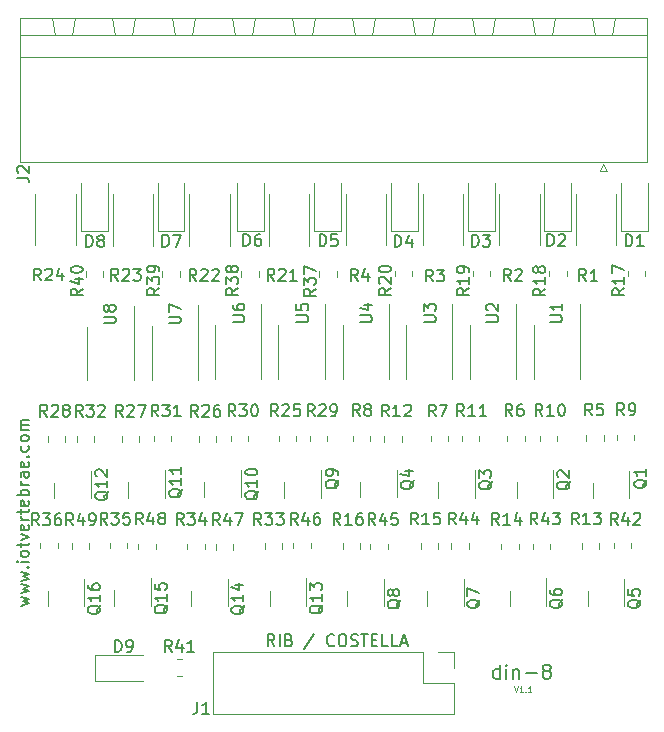
<source format=gbr>
%TF.GenerationSoftware,KiCad,Pcbnew,6.0.11+dfsg-1~bpo11+1*%
%TF.CreationDate,2023-04-06T13:54:20+02:00*%
%TF.ProjectId,din-8_11,64696e2d-385f-4313-912e-6b696361645f,1.1*%
%TF.SameCoordinates,Original*%
%TF.FileFunction,Legend,Top*%
%TF.FilePolarity,Positive*%
%FSLAX46Y46*%
G04 Gerber Fmt 4.6, Leading zero omitted, Abs format (unit mm)*
G04 Created by KiCad (PCBNEW 6.0.11+dfsg-1~bpo11+1) date 2023-04-06 13:54:20*
%MOMM*%
%LPD*%
G01*
G04 APERTURE LIST*
%ADD10C,0.200000*%
%ADD11C,0.150000*%
%ADD12C,0.100000*%
%ADD13C,0.120000*%
G04 APERTURE END LIST*
D10*
X165064285Y-116142857D02*
X165064285Y-114942857D01*
X165064285Y-116085714D02*
X164950000Y-116142857D01*
X164721428Y-116142857D01*
X164607142Y-116085714D01*
X164550000Y-116028571D01*
X164492857Y-115914285D01*
X164492857Y-115571428D01*
X164550000Y-115457142D01*
X164607142Y-115400000D01*
X164721428Y-115342857D01*
X164950000Y-115342857D01*
X165064285Y-115400000D01*
X165635714Y-116142857D02*
X165635714Y-115342857D01*
X165635714Y-114942857D02*
X165578571Y-115000000D01*
X165635714Y-115057142D01*
X165692857Y-115000000D01*
X165635714Y-114942857D01*
X165635714Y-115057142D01*
X166207142Y-115342857D02*
X166207142Y-116142857D01*
X166207142Y-115457142D02*
X166264285Y-115400000D01*
X166378571Y-115342857D01*
X166550000Y-115342857D01*
X166664285Y-115400000D01*
X166721428Y-115514285D01*
X166721428Y-116142857D01*
X167292857Y-115685714D02*
X168207142Y-115685714D01*
X168950000Y-115457142D02*
X168835714Y-115400000D01*
X168778571Y-115342857D01*
X168721428Y-115228571D01*
X168721428Y-115171428D01*
X168778571Y-115057142D01*
X168835714Y-115000000D01*
X168950000Y-114942857D01*
X169178571Y-114942857D01*
X169292857Y-115000000D01*
X169350000Y-115057142D01*
X169407142Y-115171428D01*
X169407142Y-115228571D01*
X169350000Y-115342857D01*
X169292857Y-115400000D01*
X169178571Y-115457142D01*
X168950000Y-115457142D01*
X168835714Y-115514285D01*
X168778571Y-115571428D01*
X168721428Y-115685714D01*
X168721428Y-115914285D01*
X168778571Y-116028571D01*
X168835714Y-116085714D01*
X168950000Y-116142857D01*
X169178571Y-116142857D01*
X169292857Y-116085714D01*
X169350000Y-116028571D01*
X169407142Y-115914285D01*
X169407142Y-115685714D01*
X169350000Y-115571428D01*
X169292857Y-115514285D01*
X169178571Y-115457142D01*
D11*
X146004285Y-113382380D02*
X145670952Y-112906190D01*
X145432857Y-113382380D02*
X145432857Y-112382380D01*
X145813809Y-112382380D01*
X145909047Y-112430000D01*
X145956666Y-112477619D01*
X146004285Y-112572857D01*
X146004285Y-112715714D01*
X145956666Y-112810952D01*
X145909047Y-112858571D01*
X145813809Y-112906190D01*
X145432857Y-112906190D01*
X146432857Y-113382380D02*
X146432857Y-112382380D01*
X147242380Y-112858571D02*
X147385238Y-112906190D01*
X147432857Y-112953809D01*
X147480476Y-113049047D01*
X147480476Y-113191904D01*
X147432857Y-113287142D01*
X147385238Y-113334761D01*
X147290000Y-113382380D01*
X146909047Y-113382380D01*
X146909047Y-112382380D01*
X147242380Y-112382380D01*
X147337619Y-112430000D01*
X147385238Y-112477619D01*
X147432857Y-112572857D01*
X147432857Y-112668095D01*
X147385238Y-112763333D01*
X147337619Y-112810952D01*
X147242380Y-112858571D01*
X146909047Y-112858571D01*
X149385238Y-112334761D02*
X148528095Y-113620476D01*
X151051904Y-113287142D02*
X151004285Y-113334761D01*
X150861428Y-113382380D01*
X150766190Y-113382380D01*
X150623333Y-113334761D01*
X150528095Y-113239523D01*
X150480476Y-113144285D01*
X150432857Y-112953809D01*
X150432857Y-112810952D01*
X150480476Y-112620476D01*
X150528095Y-112525238D01*
X150623333Y-112430000D01*
X150766190Y-112382380D01*
X150861428Y-112382380D01*
X151004285Y-112430000D01*
X151051904Y-112477619D01*
X151670952Y-112382380D02*
X151861428Y-112382380D01*
X151956666Y-112430000D01*
X152051904Y-112525238D01*
X152099523Y-112715714D01*
X152099523Y-113049047D01*
X152051904Y-113239523D01*
X151956666Y-113334761D01*
X151861428Y-113382380D01*
X151670952Y-113382380D01*
X151575714Y-113334761D01*
X151480476Y-113239523D01*
X151432857Y-113049047D01*
X151432857Y-112715714D01*
X151480476Y-112525238D01*
X151575714Y-112430000D01*
X151670952Y-112382380D01*
X152480476Y-113334761D02*
X152623333Y-113382380D01*
X152861428Y-113382380D01*
X152956666Y-113334761D01*
X153004285Y-113287142D01*
X153051904Y-113191904D01*
X153051904Y-113096666D01*
X153004285Y-113001428D01*
X152956666Y-112953809D01*
X152861428Y-112906190D01*
X152670952Y-112858571D01*
X152575714Y-112810952D01*
X152528095Y-112763333D01*
X152480476Y-112668095D01*
X152480476Y-112572857D01*
X152528095Y-112477619D01*
X152575714Y-112430000D01*
X152670952Y-112382380D01*
X152909047Y-112382380D01*
X153051904Y-112430000D01*
X153337619Y-112382380D02*
X153909047Y-112382380D01*
X153623333Y-113382380D02*
X153623333Y-112382380D01*
X154242380Y-112858571D02*
X154575714Y-112858571D01*
X154718571Y-113382380D02*
X154242380Y-113382380D01*
X154242380Y-112382380D01*
X154718571Y-112382380D01*
X155623333Y-113382380D02*
X155147142Y-113382380D01*
X155147142Y-112382380D01*
X156432857Y-113382380D02*
X155956666Y-113382380D01*
X155956666Y-112382380D01*
X156718571Y-113096666D02*
X157194761Y-113096666D01*
X156623333Y-113382380D02*
X156956666Y-112382380D01*
X157290000Y-113382380D01*
X124515714Y-109954761D02*
X125182380Y-109764285D01*
X124706190Y-109573809D01*
X125182380Y-109383333D01*
X124515714Y-109192857D01*
X124515714Y-108907142D02*
X125182380Y-108716666D01*
X124706190Y-108526190D01*
X125182380Y-108335714D01*
X124515714Y-108145238D01*
X124515714Y-107859523D02*
X125182380Y-107669047D01*
X124706190Y-107478571D01*
X125182380Y-107288095D01*
X124515714Y-107097619D01*
X125087142Y-106716666D02*
X125134761Y-106669047D01*
X125182380Y-106716666D01*
X125134761Y-106764285D01*
X125087142Y-106716666D01*
X125182380Y-106716666D01*
X125182380Y-106240476D02*
X124515714Y-106240476D01*
X124182380Y-106240476D02*
X124230000Y-106288095D01*
X124277619Y-106240476D01*
X124230000Y-106192857D01*
X124182380Y-106240476D01*
X124277619Y-106240476D01*
X125182380Y-105621428D02*
X125134761Y-105716666D01*
X125087142Y-105764285D01*
X124991904Y-105811904D01*
X124706190Y-105811904D01*
X124610952Y-105764285D01*
X124563333Y-105716666D01*
X124515714Y-105621428D01*
X124515714Y-105478571D01*
X124563333Y-105383333D01*
X124610952Y-105335714D01*
X124706190Y-105288095D01*
X124991904Y-105288095D01*
X125087142Y-105335714D01*
X125134761Y-105383333D01*
X125182380Y-105478571D01*
X125182380Y-105621428D01*
X124515714Y-105002380D02*
X124515714Y-104621428D01*
X124182380Y-104859523D02*
X125039523Y-104859523D01*
X125134761Y-104811904D01*
X125182380Y-104716666D01*
X125182380Y-104621428D01*
X124515714Y-104383333D02*
X125182380Y-104145238D01*
X124515714Y-103907142D01*
X125134761Y-103145238D02*
X125182380Y-103240476D01*
X125182380Y-103430952D01*
X125134761Y-103526190D01*
X125039523Y-103573809D01*
X124658571Y-103573809D01*
X124563333Y-103526190D01*
X124515714Y-103430952D01*
X124515714Y-103240476D01*
X124563333Y-103145238D01*
X124658571Y-103097619D01*
X124753809Y-103097619D01*
X124849047Y-103573809D01*
X125182380Y-102669047D02*
X124515714Y-102669047D01*
X124706190Y-102669047D02*
X124610952Y-102621428D01*
X124563333Y-102573809D01*
X124515714Y-102478571D01*
X124515714Y-102383333D01*
X124515714Y-102192857D02*
X124515714Y-101811904D01*
X124182380Y-102050000D02*
X125039523Y-102050000D01*
X125134761Y-102002380D01*
X125182380Y-101907142D01*
X125182380Y-101811904D01*
X125134761Y-101097619D02*
X125182380Y-101192857D01*
X125182380Y-101383333D01*
X125134761Y-101478571D01*
X125039523Y-101526190D01*
X124658571Y-101526190D01*
X124563333Y-101478571D01*
X124515714Y-101383333D01*
X124515714Y-101192857D01*
X124563333Y-101097619D01*
X124658571Y-101050000D01*
X124753809Y-101050000D01*
X124849047Y-101526190D01*
X125182380Y-100621428D02*
X124182380Y-100621428D01*
X124563333Y-100621428D02*
X124515714Y-100526190D01*
X124515714Y-100335714D01*
X124563333Y-100240476D01*
X124610952Y-100192857D01*
X124706190Y-100145238D01*
X124991904Y-100145238D01*
X125087142Y-100192857D01*
X125134761Y-100240476D01*
X125182380Y-100335714D01*
X125182380Y-100526190D01*
X125134761Y-100621428D01*
X125182380Y-99716666D02*
X124515714Y-99716666D01*
X124706190Y-99716666D02*
X124610952Y-99669047D01*
X124563333Y-99621428D01*
X124515714Y-99526190D01*
X124515714Y-99430952D01*
X125182380Y-98669047D02*
X124658571Y-98669047D01*
X124563333Y-98716666D01*
X124515714Y-98811904D01*
X124515714Y-99002380D01*
X124563333Y-99097619D01*
X125134761Y-98669047D02*
X125182380Y-98764285D01*
X125182380Y-99002380D01*
X125134761Y-99097619D01*
X125039523Y-99145238D01*
X124944285Y-99145238D01*
X124849047Y-99097619D01*
X124801428Y-99002380D01*
X124801428Y-98764285D01*
X124753809Y-98669047D01*
X125134761Y-97811904D02*
X125182380Y-97907142D01*
X125182380Y-98097619D01*
X125134761Y-98192857D01*
X125039523Y-98240476D01*
X124658571Y-98240476D01*
X124563333Y-98192857D01*
X124515714Y-98097619D01*
X124515714Y-97907142D01*
X124563333Y-97811904D01*
X124658571Y-97764285D01*
X124753809Y-97764285D01*
X124849047Y-98240476D01*
X125087142Y-97335714D02*
X125134761Y-97288095D01*
X125182380Y-97335714D01*
X125134761Y-97383333D01*
X125087142Y-97335714D01*
X125182380Y-97335714D01*
X125134761Y-96430952D02*
X125182380Y-96526190D01*
X125182380Y-96716666D01*
X125134761Y-96811904D01*
X125087142Y-96859523D01*
X124991904Y-96907142D01*
X124706190Y-96907142D01*
X124610952Y-96859523D01*
X124563333Y-96811904D01*
X124515714Y-96716666D01*
X124515714Y-96526190D01*
X124563333Y-96430952D01*
X125182380Y-95859523D02*
X125134761Y-95954761D01*
X125087142Y-96002380D01*
X124991904Y-96050000D01*
X124706190Y-96050000D01*
X124610952Y-96002380D01*
X124563333Y-95954761D01*
X124515714Y-95859523D01*
X124515714Y-95716666D01*
X124563333Y-95621428D01*
X124610952Y-95573809D01*
X124706190Y-95526190D01*
X124991904Y-95526190D01*
X125087142Y-95573809D01*
X125134761Y-95621428D01*
X125182380Y-95716666D01*
X125182380Y-95859523D01*
X125182380Y-95097619D02*
X124515714Y-95097619D01*
X124610952Y-95097619D02*
X124563333Y-95050000D01*
X124515714Y-94954761D01*
X124515714Y-94811904D01*
X124563333Y-94716666D01*
X124658571Y-94669047D01*
X125182380Y-94669047D01*
X124658571Y-94669047D02*
X124563333Y-94621428D01*
X124515714Y-94526190D01*
X124515714Y-94383333D01*
X124563333Y-94288095D01*
X124658571Y-94240476D01*
X125182380Y-94240476D01*
D12*
X166288095Y-116776190D02*
X166454761Y-117276190D01*
X166621428Y-116776190D01*
X167050000Y-117276190D02*
X166764285Y-117276190D01*
X166907142Y-117276190D02*
X166907142Y-116776190D01*
X166859523Y-116847619D01*
X166811904Y-116895238D01*
X166764285Y-116919047D01*
X167264285Y-117228571D02*
X167288095Y-117252380D01*
X167264285Y-117276190D01*
X167240476Y-117252380D01*
X167264285Y-117228571D01*
X167264285Y-117276190D01*
X167764285Y-117276190D02*
X167478571Y-117276190D01*
X167621428Y-117276190D02*
X167621428Y-116776190D01*
X167573809Y-116847619D01*
X167526190Y-116895238D01*
X167478571Y-116919047D01*
D11*
%TO.C,Q16*%
X131307619Y-109928928D02*
X131260000Y-110024166D01*
X131164761Y-110119404D01*
X131021904Y-110262261D01*
X130974285Y-110357500D01*
X130974285Y-110452738D01*
X131212380Y-110405119D02*
X131164761Y-110500357D01*
X131069523Y-110595595D01*
X130879047Y-110643214D01*
X130545714Y-110643214D01*
X130355238Y-110595595D01*
X130260000Y-110500357D01*
X130212380Y-110405119D01*
X130212380Y-110214642D01*
X130260000Y-110119404D01*
X130355238Y-110024166D01*
X130545714Y-109976547D01*
X130879047Y-109976547D01*
X131069523Y-110024166D01*
X131164761Y-110119404D01*
X131212380Y-110214642D01*
X131212380Y-110405119D01*
X131212380Y-109024166D02*
X131212380Y-109595595D01*
X131212380Y-109309880D02*
X130212380Y-109309880D01*
X130355238Y-109405119D01*
X130450476Y-109500357D01*
X130498095Y-109595595D01*
X130212380Y-108167023D02*
X130212380Y-108357500D01*
X130260000Y-108452738D01*
X130307619Y-108500357D01*
X130450476Y-108595595D01*
X130640952Y-108643214D01*
X131021904Y-108643214D01*
X131117142Y-108595595D01*
X131164761Y-108547976D01*
X131212380Y-108452738D01*
X131212380Y-108262261D01*
X131164761Y-108167023D01*
X131117142Y-108119404D01*
X131021904Y-108071785D01*
X130783809Y-108071785D01*
X130688571Y-108119404D01*
X130640952Y-108167023D01*
X130593333Y-108262261D01*
X130593333Y-108452738D01*
X130640952Y-108547976D01*
X130688571Y-108595595D01*
X130783809Y-108643214D01*
%TO.C,R25*%
X146287142Y-93912380D02*
X145953809Y-93436190D01*
X145715714Y-93912380D02*
X145715714Y-92912380D01*
X146096666Y-92912380D01*
X146191904Y-92960000D01*
X146239523Y-93007619D01*
X146287142Y-93102857D01*
X146287142Y-93245714D01*
X146239523Y-93340952D01*
X146191904Y-93388571D01*
X146096666Y-93436190D01*
X145715714Y-93436190D01*
X146668095Y-93007619D02*
X146715714Y-92960000D01*
X146810952Y-92912380D01*
X147049047Y-92912380D01*
X147144285Y-92960000D01*
X147191904Y-93007619D01*
X147239523Y-93102857D01*
X147239523Y-93198095D01*
X147191904Y-93340952D01*
X146620476Y-93912380D01*
X147239523Y-93912380D01*
X148144285Y-92912380D02*
X147668095Y-92912380D01*
X147620476Y-93388571D01*
X147668095Y-93340952D01*
X147763333Y-93293333D01*
X148001428Y-93293333D01*
X148096666Y-93340952D01*
X148144285Y-93388571D01*
X148191904Y-93483809D01*
X148191904Y-93721904D01*
X148144285Y-93817142D01*
X148096666Y-93864761D01*
X148001428Y-93912380D01*
X147763333Y-93912380D01*
X147668095Y-93864761D01*
X147620476Y-93817142D01*
%TO.C,Q6*%
X170417619Y-109425238D02*
X170370000Y-109520476D01*
X170274761Y-109615714D01*
X170131904Y-109758571D01*
X170084285Y-109853809D01*
X170084285Y-109949047D01*
X170322380Y-109901428D02*
X170274761Y-109996666D01*
X170179523Y-110091904D01*
X169989047Y-110139523D01*
X169655714Y-110139523D01*
X169465238Y-110091904D01*
X169370000Y-109996666D01*
X169322380Y-109901428D01*
X169322380Y-109710952D01*
X169370000Y-109615714D01*
X169465238Y-109520476D01*
X169655714Y-109472857D01*
X169989047Y-109472857D01*
X170179523Y-109520476D01*
X170274761Y-109615714D01*
X170322380Y-109710952D01*
X170322380Y-109901428D01*
X169322380Y-108615714D02*
X169322380Y-108806190D01*
X169370000Y-108901428D01*
X169417619Y-108949047D01*
X169560476Y-109044285D01*
X169750952Y-109091904D01*
X170131904Y-109091904D01*
X170227142Y-109044285D01*
X170274761Y-108996666D01*
X170322380Y-108901428D01*
X170322380Y-108710952D01*
X170274761Y-108615714D01*
X170227142Y-108568095D01*
X170131904Y-108520476D01*
X169893809Y-108520476D01*
X169798571Y-108568095D01*
X169750952Y-108615714D01*
X169703333Y-108710952D01*
X169703333Y-108901428D01*
X169750952Y-108996666D01*
X169798571Y-109044285D01*
X169893809Y-109091904D01*
%TO.C,R41*%
X137307142Y-113862380D02*
X136973809Y-113386190D01*
X136735714Y-113862380D02*
X136735714Y-112862380D01*
X137116666Y-112862380D01*
X137211904Y-112910000D01*
X137259523Y-112957619D01*
X137307142Y-113052857D01*
X137307142Y-113195714D01*
X137259523Y-113290952D01*
X137211904Y-113338571D01*
X137116666Y-113386190D01*
X136735714Y-113386190D01*
X138164285Y-113195714D02*
X138164285Y-113862380D01*
X137926190Y-112814761D02*
X137688095Y-113529047D01*
X138307142Y-113529047D01*
X139211904Y-113862380D02*
X138640476Y-113862380D01*
X138926190Y-113862380D02*
X138926190Y-112862380D01*
X138830952Y-113005238D01*
X138735714Y-113100476D01*
X138640476Y-113148095D01*
%TO.C,R11*%
X162047142Y-93922380D02*
X161713809Y-93446190D01*
X161475714Y-93922380D02*
X161475714Y-92922380D01*
X161856666Y-92922380D01*
X161951904Y-92970000D01*
X161999523Y-93017619D01*
X162047142Y-93112857D01*
X162047142Y-93255714D01*
X161999523Y-93350952D01*
X161951904Y-93398571D01*
X161856666Y-93446190D01*
X161475714Y-93446190D01*
X162999523Y-93922380D02*
X162428095Y-93922380D01*
X162713809Y-93922380D02*
X162713809Y-92922380D01*
X162618571Y-93065238D01*
X162523333Y-93160476D01*
X162428095Y-93208095D01*
X163951904Y-93922380D02*
X163380476Y-93922380D01*
X163666190Y-93922380D02*
X163666190Y-92922380D01*
X163570952Y-93065238D01*
X163475714Y-93160476D01*
X163380476Y-93208095D01*
%TO.C,R31*%
X136167142Y-93932380D02*
X135833809Y-93456190D01*
X135595714Y-93932380D02*
X135595714Y-92932380D01*
X135976666Y-92932380D01*
X136071904Y-92980000D01*
X136119523Y-93027619D01*
X136167142Y-93122857D01*
X136167142Y-93265714D01*
X136119523Y-93360952D01*
X136071904Y-93408571D01*
X135976666Y-93456190D01*
X135595714Y-93456190D01*
X136500476Y-92932380D02*
X137119523Y-92932380D01*
X136786190Y-93313333D01*
X136929047Y-93313333D01*
X137024285Y-93360952D01*
X137071904Y-93408571D01*
X137119523Y-93503809D01*
X137119523Y-93741904D01*
X137071904Y-93837142D01*
X137024285Y-93884761D01*
X136929047Y-93932380D01*
X136643333Y-93932380D01*
X136548095Y-93884761D01*
X136500476Y-93837142D01*
X138071904Y-93932380D02*
X137500476Y-93932380D01*
X137786190Y-93932380D02*
X137786190Y-92932380D01*
X137690952Y-93075238D01*
X137595714Y-93170476D01*
X137500476Y-93218095D01*
%TO.C,Q1*%
X177547619Y-99285238D02*
X177500000Y-99380476D01*
X177404761Y-99475714D01*
X177261904Y-99618571D01*
X177214285Y-99713809D01*
X177214285Y-99809047D01*
X177452380Y-99761428D02*
X177404761Y-99856666D01*
X177309523Y-99951904D01*
X177119047Y-99999523D01*
X176785714Y-99999523D01*
X176595238Y-99951904D01*
X176500000Y-99856666D01*
X176452380Y-99761428D01*
X176452380Y-99570952D01*
X176500000Y-99475714D01*
X176595238Y-99380476D01*
X176785714Y-99332857D01*
X177119047Y-99332857D01*
X177309523Y-99380476D01*
X177404761Y-99475714D01*
X177452380Y-99570952D01*
X177452380Y-99761428D01*
X177452380Y-98380476D02*
X177452380Y-98951904D01*
X177452380Y-98666190D02*
X176452380Y-98666190D01*
X176595238Y-98761428D01*
X176690476Y-98856666D01*
X176738095Y-98951904D01*
%TO.C,R2*%
X166003333Y-82462380D02*
X165670000Y-81986190D01*
X165431904Y-82462380D02*
X165431904Y-81462380D01*
X165812857Y-81462380D01*
X165908095Y-81510000D01*
X165955714Y-81557619D01*
X166003333Y-81652857D01*
X166003333Y-81795714D01*
X165955714Y-81890952D01*
X165908095Y-81938571D01*
X165812857Y-81986190D01*
X165431904Y-81986190D01*
X166384285Y-81557619D02*
X166431904Y-81510000D01*
X166527142Y-81462380D01*
X166765238Y-81462380D01*
X166860476Y-81510000D01*
X166908095Y-81557619D01*
X166955714Y-81652857D01*
X166955714Y-81748095D01*
X166908095Y-81890952D01*
X166336666Y-82462380D01*
X166955714Y-82462380D01*
%TO.C,U5*%
X147852380Y-85961904D02*
X148661904Y-85961904D01*
X148757142Y-85914285D01*
X148804761Y-85866666D01*
X148852380Y-85771428D01*
X148852380Y-85580952D01*
X148804761Y-85485714D01*
X148757142Y-85438095D01*
X148661904Y-85390476D01*
X147852380Y-85390476D01*
X147852380Y-84438095D02*
X147852380Y-84914285D01*
X148328571Y-84961904D01*
X148280952Y-84914285D01*
X148233333Y-84819047D01*
X148233333Y-84580952D01*
X148280952Y-84485714D01*
X148328571Y-84438095D01*
X148423809Y-84390476D01*
X148661904Y-84390476D01*
X148757142Y-84438095D01*
X148804761Y-84485714D01*
X148852380Y-84580952D01*
X148852380Y-84819047D01*
X148804761Y-84914285D01*
X148757142Y-84961904D01*
%TO.C,R19*%
X162452380Y-83102857D02*
X161976190Y-83436190D01*
X162452380Y-83674285D02*
X161452380Y-83674285D01*
X161452380Y-83293333D01*
X161500000Y-83198095D01*
X161547619Y-83150476D01*
X161642857Y-83102857D01*
X161785714Y-83102857D01*
X161880952Y-83150476D01*
X161928571Y-83198095D01*
X161976190Y-83293333D01*
X161976190Y-83674285D01*
X162452380Y-82150476D02*
X162452380Y-82721904D01*
X162452380Y-82436190D02*
X161452380Y-82436190D01*
X161595238Y-82531428D01*
X161690476Y-82626666D01*
X161738095Y-82721904D01*
X162452380Y-81674285D02*
X162452380Y-81483809D01*
X162404761Y-81388571D01*
X162357142Y-81340952D01*
X162214285Y-81245714D01*
X162023809Y-81198095D01*
X161642857Y-81198095D01*
X161547619Y-81245714D01*
X161500000Y-81293333D01*
X161452380Y-81388571D01*
X161452380Y-81579047D01*
X161500000Y-81674285D01*
X161547619Y-81721904D01*
X161642857Y-81769523D01*
X161880952Y-81769523D01*
X161976190Y-81721904D01*
X162023809Y-81674285D01*
X162071428Y-81579047D01*
X162071428Y-81388571D01*
X162023809Y-81293333D01*
X161976190Y-81245714D01*
X161880952Y-81198095D01*
%TO.C,Q12*%
X131947619Y-100271428D02*
X131900000Y-100366666D01*
X131804761Y-100461904D01*
X131661904Y-100604761D01*
X131614285Y-100700000D01*
X131614285Y-100795238D01*
X131852380Y-100747619D02*
X131804761Y-100842857D01*
X131709523Y-100938095D01*
X131519047Y-100985714D01*
X131185714Y-100985714D01*
X130995238Y-100938095D01*
X130900000Y-100842857D01*
X130852380Y-100747619D01*
X130852380Y-100557142D01*
X130900000Y-100461904D01*
X130995238Y-100366666D01*
X131185714Y-100319047D01*
X131519047Y-100319047D01*
X131709523Y-100366666D01*
X131804761Y-100461904D01*
X131852380Y-100557142D01*
X131852380Y-100747619D01*
X131852380Y-99366666D02*
X131852380Y-99938095D01*
X131852380Y-99652380D02*
X130852380Y-99652380D01*
X130995238Y-99747619D01*
X131090476Y-99842857D01*
X131138095Y-99938095D01*
X130947619Y-98985714D02*
X130900000Y-98938095D01*
X130852380Y-98842857D01*
X130852380Y-98604761D01*
X130900000Y-98509523D01*
X130947619Y-98461904D01*
X131042857Y-98414285D01*
X131138095Y-98414285D01*
X131280952Y-98461904D01*
X131852380Y-99033333D01*
X131852380Y-98414285D01*
%TO.C,Q9*%
X151437619Y-99295238D02*
X151390000Y-99390476D01*
X151294761Y-99485714D01*
X151151904Y-99628571D01*
X151104285Y-99723809D01*
X151104285Y-99819047D01*
X151342380Y-99771428D02*
X151294761Y-99866666D01*
X151199523Y-99961904D01*
X151009047Y-100009523D01*
X150675714Y-100009523D01*
X150485238Y-99961904D01*
X150390000Y-99866666D01*
X150342380Y-99771428D01*
X150342380Y-99580952D01*
X150390000Y-99485714D01*
X150485238Y-99390476D01*
X150675714Y-99342857D01*
X151009047Y-99342857D01*
X151199523Y-99390476D01*
X151294761Y-99485714D01*
X151342380Y-99580952D01*
X151342380Y-99771428D01*
X151342380Y-98866666D02*
X151342380Y-98676190D01*
X151294761Y-98580952D01*
X151247142Y-98533333D01*
X151104285Y-98438095D01*
X150913809Y-98390476D01*
X150532857Y-98390476D01*
X150437619Y-98438095D01*
X150390000Y-98485714D01*
X150342380Y-98580952D01*
X150342380Y-98771428D01*
X150390000Y-98866666D01*
X150437619Y-98914285D01*
X150532857Y-98961904D01*
X150770952Y-98961904D01*
X150866190Y-98914285D01*
X150913809Y-98866666D01*
X150961428Y-98771428D01*
X150961428Y-98580952D01*
X150913809Y-98485714D01*
X150866190Y-98438095D01*
X150770952Y-98390476D01*
%TO.C,Q4*%
X157787619Y-99355238D02*
X157740000Y-99450476D01*
X157644761Y-99545714D01*
X157501904Y-99688571D01*
X157454285Y-99783809D01*
X157454285Y-99879047D01*
X157692380Y-99831428D02*
X157644761Y-99926666D01*
X157549523Y-100021904D01*
X157359047Y-100069523D01*
X157025714Y-100069523D01*
X156835238Y-100021904D01*
X156740000Y-99926666D01*
X156692380Y-99831428D01*
X156692380Y-99640952D01*
X156740000Y-99545714D01*
X156835238Y-99450476D01*
X157025714Y-99402857D01*
X157359047Y-99402857D01*
X157549523Y-99450476D01*
X157644761Y-99545714D01*
X157692380Y-99640952D01*
X157692380Y-99831428D01*
X157025714Y-98545714D02*
X157692380Y-98545714D01*
X156644761Y-98783809D02*
X157359047Y-99021904D01*
X157359047Y-98402857D01*
%TO.C,Q7*%
X163407619Y-109445238D02*
X163360000Y-109540476D01*
X163264761Y-109635714D01*
X163121904Y-109778571D01*
X163074285Y-109873809D01*
X163074285Y-109969047D01*
X163312380Y-109921428D02*
X163264761Y-110016666D01*
X163169523Y-110111904D01*
X162979047Y-110159523D01*
X162645714Y-110159523D01*
X162455238Y-110111904D01*
X162360000Y-110016666D01*
X162312380Y-109921428D01*
X162312380Y-109730952D01*
X162360000Y-109635714D01*
X162455238Y-109540476D01*
X162645714Y-109492857D01*
X162979047Y-109492857D01*
X163169523Y-109540476D01*
X163264761Y-109635714D01*
X163312380Y-109730952D01*
X163312380Y-109921428D01*
X162312380Y-109159523D02*
X162312380Y-108492857D01*
X163312380Y-108921428D01*
%TO.C,U7*%
X137052380Y-86061904D02*
X137861904Y-86061904D01*
X137957142Y-86014285D01*
X138004761Y-85966666D01*
X138052380Y-85871428D01*
X138052380Y-85680952D01*
X138004761Y-85585714D01*
X137957142Y-85538095D01*
X137861904Y-85490476D01*
X137052380Y-85490476D01*
X137052380Y-85109523D02*
X137052380Y-84442857D01*
X138052380Y-84871428D01*
%TO.C,R9*%
X175613333Y-93832380D02*
X175280000Y-93356190D01*
X175041904Y-93832380D02*
X175041904Y-92832380D01*
X175422857Y-92832380D01*
X175518095Y-92880000D01*
X175565714Y-92927619D01*
X175613333Y-93022857D01*
X175613333Y-93165714D01*
X175565714Y-93260952D01*
X175518095Y-93308571D01*
X175422857Y-93356190D01*
X175041904Y-93356190D01*
X176089523Y-93832380D02*
X176280000Y-93832380D01*
X176375238Y-93784761D01*
X176422857Y-93737142D01*
X176518095Y-93594285D01*
X176565714Y-93403809D01*
X176565714Y-93022857D01*
X176518095Y-92927619D01*
X176470476Y-92880000D01*
X176375238Y-92832380D01*
X176184761Y-92832380D01*
X176089523Y-92880000D01*
X176041904Y-92927619D01*
X175994285Y-93022857D01*
X175994285Y-93260952D01*
X176041904Y-93356190D01*
X176089523Y-93403809D01*
X176184761Y-93451428D01*
X176375238Y-93451428D01*
X176470476Y-93403809D01*
X176518095Y-93356190D01*
X176565714Y-93260952D01*
%TO.C,D5*%
X149821904Y-79512380D02*
X149821904Y-78512380D01*
X150060000Y-78512380D01*
X150202857Y-78560000D01*
X150298095Y-78655238D01*
X150345714Y-78750476D01*
X150393333Y-78940952D01*
X150393333Y-79083809D01*
X150345714Y-79274285D01*
X150298095Y-79369523D01*
X150202857Y-79464761D01*
X150060000Y-79512380D01*
X149821904Y-79512380D01*
X151298095Y-78512380D02*
X150821904Y-78512380D01*
X150774285Y-78988571D01*
X150821904Y-78940952D01*
X150917142Y-78893333D01*
X151155238Y-78893333D01*
X151250476Y-78940952D01*
X151298095Y-78988571D01*
X151345714Y-79083809D01*
X151345714Y-79321904D01*
X151298095Y-79417142D01*
X151250476Y-79464761D01*
X151155238Y-79512380D01*
X150917142Y-79512380D01*
X150821904Y-79464761D01*
X150774285Y-79417142D01*
%TO.C,R39*%
X136242380Y-83072857D02*
X135766190Y-83406190D01*
X136242380Y-83644285D02*
X135242380Y-83644285D01*
X135242380Y-83263333D01*
X135290000Y-83168095D01*
X135337619Y-83120476D01*
X135432857Y-83072857D01*
X135575714Y-83072857D01*
X135670952Y-83120476D01*
X135718571Y-83168095D01*
X135766190Y-83263333D01*
X135766190Y-83644285D01*
X135242380Y-82739523D02*
X135242380Y-82120476D01*
X135623333Y-82453809D01*
X135623333Y-82310952D01*
X135670952Y-82215714D01*
X135718571Y-82168095D01*
X135813809Y-82120476D01*
X136051904Y-82120476D01*
X136147142Y-82168095D01*
X136194761Y-82215714D01*
X136242380Y-82310952D01*
X136242380Y-82596666D01*
X136194761Y-82691904D01*
X136147142Y-82739523D01*
X136242380Y-81644285D02*
X136242380Y-81453809D01*
X136194761Y-81358571D01*
X136147142Y-81310952D01*
X136004285Y-81215714D01*
X135813809Y-81168095D01*
X135432857Y-81168095D01*
X135337619Y-81215714D01*
X135290000Y-81263333D01*
X135242380Y-81358571D01*
X135242380Y-81549047D01*
X135290000Y-81644285D01*
X135337619Y-81691904D01*
X135432857Y-81739523D01*
X135670952Y-81739523D01*
X135766190Y-81691904D01*
X135813809Y-81644285D01*
X135861428Y-81549047D01*
X135861428Y-81358571D01*
X135813809Y-81263333D01*
X135766190Y-81215714D01*
X135670952Y-81168095D01*
%TO.C,R44*%
X161357142Y-103072380D02*
X161023809Y-102596190D01*
X160785714Y-103072380D02*
X160785714Y-102072380D01*
X161166666Y-102072380D01*
X161261904Y-102120000D01*
X161309523Y-102167619D01*
X161357142Y-102262857D01*
X161357142Y-102405714D01*
X161309523Y-102500952D01*
X161261904Y-102548571D01*
X161166666Y-102596190D01*
X160785714Y-102596190D01*
X162214285Y-102405714D02*
X162214285Y-103072380D01*
X161976190Y-102024761D02*
X161738095Y-102739047D01*
X162357142Y-102739047D01*
X163166666Y-102405714D02*
X163166666Y-103072380D01*
X162928571Y-102024761D02*
X162690476Y-102739047D01*
X163309523Y-102739047D01*
%TO.C,R36*%
X126057142Y-103152380D02*
X125723809Y-102676190D01*
X125485714Y-103152380D02*
X125485714Y-102152380D01*
X125866666Y-102152380D01*
X125961904Y-102200000D01*
X126009523Y-102247619D01*
X126057142Y-102342857D01*
X126057142Y-102485714D01*
X126009523Y-102580952D01*
X125961904Y-102628571D01*
X125866666Y-102676190D01*
X125485714Y-102676190D01*
X126390476Y-102152380D02*
X127009523Y-102152380D01*
X126676190Y-102533333D01*
X126819047Y-102533333D01*
X126914285Y-102580952D01*
X126961904Y-102628571D01*
X127009523Y-102723809D01*
X127009523Y-102961904D01*
X126961904Y-103057142D01*
X126914285Y-103104761D01*
X126819047Y-103152380D01*
X126533333Y-103152380D01*
X126438095Y-103104761D01*
X126390476Y-103057142D01*
X127866666Y-102152380D02*
X127676190Y-102152380D01*
X127580952Y-102200000D01*
X127533333Y-102247619D01*
X127438095Y-102390476D01*
X127390476Y-102580952D01*
X127390476Y-102961904D01*
X127438095Y-103057142D01*
X127485714Y-103104761D01*
X127580952Y-103152380D01*
X127771428Y-103152380D01*
X127866666Y-103104761D01*
X127914285Y-103057142D01*
X127961904Y-102961904D01*
X127961904Y-102723809D01*
X127914285Y-102628571D01*
X127866666Y-102580952D01*
X127771428Y-102533333D01*
X127580952Y-102533333D01*
X127485714Y-102580952D01*
X127438095Y-102628571D01*
X127390476Y-102723809D01*
%TO.C,R20*%
X155842380Y-83072857D02*
X155366190Y-83406190D01*
X155842380Y-83644285D02*
X154842380Y-83644285D01*
X154842380Y-83263333D01*
X154890000Y-83168095D01*
X154937619Y-83120476D01*
X155032857Y-83072857D01*
X155175714Y-83072857D01*
X155270952Y-83120476D01*
X155318571Y-83168095D01*
X155366190Y-83263333D01*
X155366190Y-83644285D01*
X154937619Y-82691904D02*
X154890000Y-82644285D01*
X154842380Y-82549047D01*
X154842380Y-82310952D01*
X154890000Y-82215714D01*
X154937619Y-82168095D01*
X155032857Y-82120476D01*
X155128095Y-82120476D01*
X155270952Y-82168095D01*
X155842380Y-82739523D01*
X155842380Y-82120476D01*
X154842380Y-81501428D02*
X154842380Y-81406190D01*
X154890000Y-81310952D01*
X154937619Y-81263333D01*
X155032857Y-81215714D01*
X155223333Y-81168095D01*
X155461428Y-81168095D01*
X155651904Y-81215714D01*
X155747142Y-81263333D01*
X155794761Y-81310952D01*
X155842380Y-81406190D01*
X155842380Y-81501428D01*
X155794761Y-81596666D01*
X155747142Y-81644285D01*
X155651904Y-81691904D01*
X155461428Y-81739523D01*
X155223333Y-81739523D01*
X155032857Y-81691904D01*
X154937619Y-81644285D01*
X154890000Y-81596666D01*
X154842380Y-81501428D01*
%TO.C,R42*%
X175087142Y-103102380D02*
X174753809Y-102626190D01*
X174515714Y-103102380D02*
X174515714Y-102102380D01*
X174896666Y-102102380D01*
X174991904Y-102150000D01*
X175039523Y-102197619D01*
X175087142Y-102292857D01*
X175087142Y-102435714D01*
X175039523Y-102530952D01*
X174991904Y-102578571D01*
X174896666Y-102626190D01*
X174515714Y-102626190D01*
X175944285Y-102435714D02*
X175944285Y-103102380D01*
X175706190Y-102054761D02*
X175468095Y-102769047D01*
X176087142Y-102769047D01*
X176420476Y-102197619D02*
X176468095Y-102150000D01*
X176563333Y-102102380D01*
X176801428Y-102102380D01*
X176896666Y-102150000D01*
X176944285Y-102197619D01*
X176991904Y-102292857D01*
X176991904Y-102388095D01*
X176944285Y-102530952D01*
X176372857Y-103102380D01*
X176991904Y-103102380D01*
%TO.C,R22*%
X139397142Y-82462380D02*
X139063809Y-81986190D01*
X138825714Y-82462380D02*
X138825714Y-81462380D01*
X139206666Y-81462380D01*
X139301904Y-81510000D01*
X139349523Y-81557619D01*
X139397142Y-81652857D01*
X139397142Y-81795714D01*
X139349523Y-81890952D01*
X139301904Y-81938571D01*
X139206666Y-81986190D01*
X138825714Y-81986190D01*
X139778095Y-81557619D02*
X139825714Y-81510000D01*
X139920952Y-81462380D01*
X140159047Y-81462380D01*
X140254285Y-81510000D01*
X140301904Y-81557619D01*
X140349523Y-81652857D01*
X140349523Y-81748095D01*
X140301904Y-81890952D01*
X139730476Y-82462380D01*
X140349523Y-82462380D01*
X140730476Y-81557619D02*
X140778095Y-81510000D01*
X140873333Y-81462380D01*
X141111428Y-81462380D01*
X141206666Y-81510000D01*
X141254285Y-81557619D01*
X141301904Y-81652857D01*
X141301904Y-81748095D01*
X141254285Y-81890952D01*
X140682857Y-82462380D01*
X141301904Y-82462380D01*
%TO.C,Q8*%
X156677619Y-109447738D02*
X156630000Y-109542976D01*
X156534761Y-109638214D01*
X156391904Y-109781071D01*
X156344285Y-109876309D01*
X156344285Y-109971547D01*
X156582380Y-109923928D02*
X156534761Y-110019166D01*
X156439523Y-110114404D01*
X156249047Y-110162023D01*
X155915714Y-110162023D01*
X155725238Y-110114404D01*
X155630000Y-110019166D01*
X155582380Y-109923928D01*
X155582380Y-109733452D01*
X155630000Y-109638214D01*
X155725238Y-109542976D01*
X155915714Y-109495357D01*
X156249047Y-109495357D01*
X156439523Y-109542976D01*
X156534761Y-109638214D01*
X156582380Y-109733452D01*
X156582380Y-109923928D01*
X156010952Y-108923928D02*
X155963333Y-109019166D01*
X155915714Y-109066785D01*
X155820476Y-109114404D01*
X155772857Y-109114404D01*
X155677619Y-109066785D01*
X155630000Y-109019166D01*
X155582380Y-108923928D01*
X155582380Y-108733452D01*
X155630000Y-108638214D01*
X155677619Y-108590595D01*
X155772857Y-108542976D01*
X155820476Y-108542976D01*
X155915714Y-108590595D01*
X155963333Y-108638214D01*
X156010952Y-108733452D01*
X156010952Y-108923928D01*
X156058571Y-109019166D01*
X156106190Y-109066785D01*
X156201428Y-109114404D01*
X156391904Y-109114404D01*
X156487142Y-109066785D01*
X156534761Y-109019166D01*
X156582380Y-108923928D01*
X156582380Y-108733452D01*
X156534761Y-108638214D01*
X156487142Y-108590595D01*
X156391904Y-108542976D01*
X156201428Y-108542976D01*
X156106190Y-108590595D01*
X156058571Y-108638214D01*
X156010952Y-108733452D01*
%TO.C,Q10*%
X144637619Y-100221428D02*
X144590000Y-100316666D01*
X144494761Y-100411904D01*
X144351904Y-100554761D01*
X144304285Y-100650000D01*
X144304285Y-100745238D01*
X144542380Y-100697619D02*
X144494761Y-100792857D01*
X144399523Y-100888095D01*
X144209047Y-100935714D01*
X143875714Y-100935714D01*
X143685238Y-100888095D01*
X143590000Y-100792857D01*
X143542380Y-100697619D01*
X143542380Y-100507142D01*
X143590000Y-100411904D01*
X143685238Y-100316666D01*
X143875714Y-100269047D01*
X144209047Y-100269047D01*
X144399523Y-100316666D01*
X144494761Y-100411904D01*
X144542380Y-100507142D01*
X144542380Y-100697619D01*
X144542380Y-99316666D02*
X144542380Y-99888095D01*
X144542380Y-99602380D02*
X143542380Y-99602380D01*
X143685238Y-99697619D01*
X143780476Y-99792857D01*
X143828095Y-99888095D01*
X143542380Y-98697619D02*
X143542380Y-98602380D01*
X143590000Y-98507142D01*
X143637619Y-98459523D01*
X143732857Y-98411904D01*
X143923333Y-98364285D01*
X144161428Y-98364285D01*
X144351904Y-98411904D01*
X144447142Y-98459523D01*
X144494761Y-98507142D01*
X144542380Y-98602380D01*
X144542380Y-98697619D01*
X144494761Y-98792857D01*
X144447142Y-98840476D01*
X144351904Y-98888095D01*
X144161428Y-98935714D01*
X143923333Y-98935714D01*
X143732857Y-98888095D01*
X143637619Y-98840476D01*
X143590000Y-98792857D01*
X143542380Y-98697619D01*
%TO.C,Q14*%
X143457619Y-109938928D02*
X143410000Y-110034166D01*
X143314761Y-110129404D01*
X143171904Y-110272261D01*
X143124285Y-110367500D01*
X143124285Y-110462738D01*
X143362380Y-110415119D02*
X143314761Y-110510357D01*
X143219523Y-110605595D01*
X143029047Y-110653214D01*
X142695714Y-110653214D01*
X142505238Y-110605595D01*
X142410000Y-110510357D01*
X142362380Y-110415119D01*
X142362380Y-110224642D01*
X142410000Y-110129404D01*
X142505238Y-110034166D01*
X142695714Y-109986547D01*
X143029047Y-109986547D01*
X143219523Y-110034166D01*
X143314761Y-110129404D01*
X143362380Y-110224642D01*
X143362380Y-110415119D01*
X143362380Y-109034166D02*
X143362380Y-109605595D01*
X143362380Y-109319880D02*
X142362380Y-109319880D01*
X142505238Y-109415119D01*
X142600476Y-109510357D01*
X142648095Y-109605595D01*
X142695714Y-108177023D02*
X143362380Y-108177023D01*
X142314761Y-108415119D02*
X143029047Y-108653214D01*
X143029047Y-108034166D01*
%TO.C,R4*%
X153053333Y-82452380D02*
X152720000Y-81976190D01*
X152481904Y-82452380D02*
X152481904Y-81452380D01*
X152862857Y-81452380D01*
X152958095Y-81500000D01*
X153005714Y-81547619D01*
X153053333Y-81642857D01*
X153053333Y-81785714D01*
X153005714Y-81880952D01*
X152958095Y-81928571D01*
X152862857Y-81976190D01*
X152481904Y-81976190D01*
X153910476Y-81785714D02*
X153910476Y-82452380D01*
X153672380Y-81404761D02*
X153434285Y-82119047D01*
X154053333Y-82119047D01*
%TO.C,U1*%
X169352380Y-85961904D02*
X170161904Y-85961904D01*
X170257142Y-85914285D01*
X170304761Y-85866666D01*
X170352380Y-85771428D01*
X170352380Y-85580952D01*
X170304761Y-85485714D01*
X170257142Y-85438095D01*
X170161904Y-85390476D01*
X169352380Y-85390476D01*
X170352380Y-84390476D02*
X170352380Y-84961904D01*
X170352380Y-84676190D02*
X169352380Y-84676190D01*
X169495238Y-84771428D01*
X169590476Y-84866666D01*
X169638095Y-84961904D01*
%TO.C,R21*%
X145987142Y-82442380D02*
X145653809Y-81966190D01*
X145415714Y-82442380D02*
X145415714Y-81442380D01*
X145796666Y-81442380D01*
X145891904Y-81490000D01*
X145939523Y-81537619D01*
X145987142Y-81632857D01*
X145987142Y-81775714D01*
X145939523Y-81870952D01*
X145891904Y-81918571D01*
X145796666Y-81966190D01*
X145415714Y-81966190D01*
X146368095Y-81537619D02*
X146415714Y-81490000D01*
X146510952Y-81442380D01*
X146749047Y-81442380D01*
X146844285Y-81490000D01*
X146891904Y-81537619D01*
X146939523Y-81632857D01*
X146939523Y-81728095D01*
X146891904Y-81870952D01*
X146320476Y-82442380D01*
X146939523Y-82442380D01*
X147891904Y-82442380D02*
X147320476Y-82442380D01*
X147606190Y-82442380D02*
X147606190Y-81442380D01*
X147510952Y-81585238D01*
X147415714Y-81680476D01*
X147320476Y-81728095D01*
%TO.C,R29*%
X149397142Y-93912380D02*
X149063809Y-93436190D01*
X148825714Y-93912380D02*
X148825714Y-92912380D01*
X149206666Y-92912380D01*
X149301904Y-92960000D01*
X149349523Y-93007619D01*
X149397142Y-93102857D01*
X149397142Y-93245714D01*
X149349523Y-93340952D01*
X149301904Y-93388571D01*
X149206666Y-93436190D01*
X148825714Y-93436190D01*
X149778095Y-93007619D02*
X149825714Y-92960000D01*
X149920952Y-92912380D01*
X150159047Y-92912380D01*
X150254285Y-92960000D01*
X150301904Y-93007619D01*
X150349523Y-93102857D01*
X150349523Y-93198095D01*
X150301904Y-93340952D01*
X149730476Y-93912380D01*
X150349523Y-93912380D01*
X150825714Y-93912380D02*
X151016190Y-93912380D01*
X151111428Y-93864761D01*
X151159047Y-93817142D01*
X151254285Y-93674285D01*
X151301904Y-93483809D01*
X151301904Y-93102857D01*
X151254285Y-93007619D01*
X151206666Y-92960000D01*
X151111428Y-92912380D01*
X150920952Y-92912380D01*
X150825714Y-92960000D01*
X150778095Y-93007619D01*
X150730476Y-93102857D01*
X150730476Y-93340952D01*
X150778095Y-93436190D01*
X150825714Y-93483809D01*
X150920952Y-93531428D01*
X151111428Y-93531428D01*
X151206666Y-93483809D01*
X151254285Y-93436190D01*
X151301904Y-93340952D01*
%TO.C,D6*%
X143381904Y-79492380D02*
X143381904Y-78492380D01*
X143620000Y-78492380D01*
X143762857Y-78540000D01*
X143858095Y-78635238D01*
X143905714Y-78730476D01*
X143953333Y-78920952D01*
X143953333Y-79063809D01*
X143905714Y-79254285D01*
X143858095Y-79349523D01*
X143762857Y-79444761D01*
X143620000Y-79492380D01*
X143381904Y-79492380D01*
X144810476Y-78492380D02*
X144620000Y-78492380D01*
X144524761Y-78540000D01*
X144477142Y-78587619D01*
X144381904Y-78730476D01*
X144334285Y-78920952D01*
X144334285Y-79301904D01*
X144381904Y-79397142D01*
X144429523Y-79444761D01*
X144524761Y-79492380D01*
X144715238Y-79492380D01*
X144810476Y-79444761D01*
X144858095Y-79397142D01*
X144905714Y-79301904D01*
X144905714Y-79063809D01*
X144858095Y-78968571D01*
X144810476Y-78920952D01*
X144715238Y-78873333D01*
X144524761Y-78873333D01*
X144429523Y-78920952D01*
X144381904Y-78968571D01*
X144334285Y-79063809D01*
%TO.C,U4*%
X153252380Y-85961904D02*
X154061904Y-85961904D01*
X154157142Y-85914285D01*
X154204761Y-85866666D01*
X154252380Y-85771428D01*
X154252380Y-85580952D01*
X154204761Y-85485714D01*
X154157142Y-85438095D01*
X154061904Y-85390476D01*
X153252380Y-85390476D01*
X153585714Y-84485714D02*
X154252380Y-84485714D01*
X153204761Y-84723809D02*
X153919047Y-84961904D01*
X153919047Y-84342857D01*
%TO.C,U6*%
X142452380Y-85961904D02*
X143261904Y-85961904D01*
X143357142Y-85914285D01*
X143404761Y-85866666D01*
X143452380Y-85771428D01*
X143452380Y-85580952D01*
X143404761Y-85485714D01*
X143357142Y-85438095D01*
X143261904Y-85390476D01*
X142452380Y-85390476D01*
X142452380Y-84485714D02*
X142452380Y-84676190D01*
X142500000Y-84771428D01*
X142547619Y-84819047D01*
X142690476Y-84914285D01*
X142880952Y-84961904D01*
X143261904Y-84961904D01*
X143357142Y-84914285D01*
X143404761Y-84866666D01*
X143452380Y-84771428D01*
X143452380Y-84580952D01*
X143404761Y-84485714D01*
X143357142Y-84438095D01*
X143261904Y-84390476D01*
X143023809Y-84390476D01*
X142928571Y-84438095D01*
X142880952Y-84485714D01*
X142833333Y-84580952D01*
X142833333Y-84771428D01*
X142880952Y-84866666D01*
X142928571Y-84914285D01*
X143023809Y-84961904D01*
%TO.C,Q5*%
X177027619Y-109445238D02*
X176980000Y-109540476D01*
X176884761Y-109635714D01*
X176741904Y-109778571D01*
X176694285Y-109873809D01*
X176694285Y-109969047D01*
X176932380Y-109921428D02*
X176884761Y-110016666D01*
X176789523Y-110111904D01*
X176599047Y-110159523D01*
X176265714Y-110159523D01*
X176075238Y-110111904D01*
X175980000Y-110016666D01*
X175932380Y-109921428D01*
X175932380Y-109730952D01*
X175980000Y-109635714D01*
X176075238Y-109540476D01*
X176265714Y-109492857D01*
X176599047Y-109492857D01*
X176789523Y-109540476D01*
X176884761Y-109635714D01*
X176932380Y-109730952D01*
X176932380Y-109921428D01*
X175932380Y-108588095D02*
X175932380Y-109064285D01*
X176408571Y-109111904D01*
X176360952Y-109064285D01*
X176313333Y-108969047D01*
X176313333Y-108730952D01*
X176360952Y-108635714D01*
X176408571Y-108588095D01*
X176503809Y-108540476D01*
X176741904Y-108540476D01*
X176837142Y-108588095D01*
X176884761Y-108635714D01*
X176932380Y-108730952D01*
X176932380Y-108969047D01*
X176884761Y-109064285D01*
X176837142Y-109111904D01*
%TO.C,Q11*%
X138187619Y-100061428D02*
X138140000Y-100156666D01*
X138044761Y-100251904D01*
X137901904Y-100394761D01*
X137854285Y-100490000D01*
X137854285Y-100585238D01*
X138092380Y-100537619D02*
X138044761Y-100632857D01*
X137949523Y-100728095D01*
X137759047Y-100775714D01*
X137425714Y-100775714D01*
X137235238Y-100728095D01*
X137140000Y-100632857D01*
X137092380Y-100537619D01*
X137092380Y-100347142D01*
X137140000Y-100251904D01*
X137235238Y-100156666D01*
X137425714Y-100109047D01*
X137759047Y-100109047D01*
X137949523Y-100156666D01*
X138044761Y-100251904D01*
X138092380Y-100347142D01*
X138092380Y-100537619D01*
X138092380Y-99156666D02*
X138092380Y-99728095D01*
X138092380Y-99442380D02*
X137092380Y-99442380D01*
X137235238Y-99537619D01*
X137330476Y-99632857D01*
X137378095Y-99728095D01*
X138092380Y-98204285D02*
X138092380Y-98775714D01*
X138092380Y-98490000D02*
X137092380Y-98490000D01*
X137235238Y-98585238D01*
X137330476Y-98680476D01*
X137378095Y-98775714D01*
%TO.C,R43*%
X168267142Y-103082380D02*
X167933809Y-102606190D01*
X167695714Y-103082380D02*
X167695714Y-102082380D01*
X168076666Y-102082380D01*
X168171904Y-102130000D01*
X168219523Y-102177619D01*
X168267142Y-102272857D01*
X168267142Y-102415714D01*
X168219523Y-102510952D01*
X168171904Y-102558571D01*
X168076666Y-102606190D01*
X167695714Y-102606190D01*
X169124285Y-102415714D02*
X169124285Y-103082380D01*
X168886190Y-102034761D02*
X168648095Y-102749047D01*
X169267142Y-102749047D01*
X169552857Y-102082380D02*
X170171904Y-102082380D01*
X169838571Y-102463333D01*
X169981428Y-102463333D01*
X170076666Y-102510952D01*
X170124285Y-102558571D01*
X170171904Y-102653809D01*
X170171904Y-102891904D01*
X170124285Y-102987142D01*
X170076666Y-103034761D01*
X169981428Y-103082380D01*
X169695714Y-103082380D01*
X169600476Y-103034761D01*
X169552857Y-102987142D01*
%TO.C,D8*%
X130061904Y-79582380D02*
X130061904Y-78582380D01*
X130300000Y-78582380D01*
X130442857Y-78630000D01*
X130538095Y-78725238D01*
X130585714Y-78820476D01*
X130633333Y-79010952D01*
X130633333Y-79153809D01*
X130585714Y-79344285D01*
X130538095Y-79439523D01*
X130442857Y-79534761D01*
X130300000Y-79582380D01*
X130061904Y-79582380D01*
X131204761Y-79010952D02*
X131109523Y-78963333D01*
X131061904Y-78915714D01*
X131014285Y-78820476D01*
X131014285Y-78772857D01*
X131061904Y-78677619D01*
X131109523Y-78630000D01*
X131204761Y-78582380D01*
X131395238Y-78582380D01*
X131490476Y-78630000D01*
X131538095Y-78677619D01*
X131585714Y-78772857D01*
X131585714Y-78820476D01*
X131538095Y-78915714D01*
X131490476Y-78963333D01*
X131395238Y-79010952D01*
X131204761Y-79010952D01*
X131109523Y-79058571D01*
X131061904Y-79106190D01*
X131014285Y-79201428D01*
X131014285Y-79391904D01*
X131061904Y-79487142D01*
X131109523Y-79534761D01*
X131204761Y-79582380D01*
X131395238Y-79582380D01*
X131490476Y-79534761D01*
X131538095Y-79487142D01*
X131585714Y-79391904D01*
X131585714Y-79201428D01*
X131538095Y-79106190D01*
X131490476Y-79058571D01*
X131395238Y-79010952D01*
%TO.C,R49*%
X128957142Y-103152380D02*
X128623809Y-102676190D01*
X128385714Y-103152380D02*
X128385714Y-102152380D01*
X128766666Y-102152380D01*
X128861904Y-102200000D01*
X128909523Y-102247619D01*
X128957142Y-102342857D01*
X128957142Y-102485714D01*
X128909523Y-102580952D01*
X128861904Y-102628571D01*
X128766666Y-102676190D01*
X128385714Y-102676190D01*
X129814285Y-102485714D02*
X129814285Y-103152380D01*
X129576190Y-102104761D02*
X129338095Y-102819047D01*
X129957142Y-102819047D01*
X130385714Y-103152380D02*
X130576190Y-103152380D01*
X130671428Y-103104761D01*
X130719047Y-103057142D01*
X130814285Y-102914285D01*
X130861904Y-102723809D01*
X130861904Y-102342857D01*
X130814285Y-102247619D01*
X130766666Y-102200000D01*
X130671428Y-102152380D01*
X130480952Y-102152380D01*
X130385714Y-102200000D01*
X130338095Y-102247619D01*
X130290476Y-102342857D01*
X130290476Y-102580952D01*
X130338095Y-102676190D01*
X130385714Y-102723809D01*
X130480952Y-102771428D01*
X130671428Y-102771428D01*
X130766666Y-102723809D01*
X130814285Y-102676190D01*
X130861904Y-102580952D01*
%TO.C,J1*%
X139466666Y-118102380D02*
X139466666Y-118816666D01*
X139419047Y-118959523D01*
X139323809Y-119054761D01*
X139180952Y-119102380D01*
X139085714Y-119102380D01*
X140466666Y-119102380D02*
X139895238Y-119102380D01*
X140180952Y-119102380D02*
X140180952Y-118102380D01*
X140085714Y-118245238D01*
X139990476Y-118340476D01*
X139895238Y-118388095D01*
%TO.C,R15*%
X158147142Y-103082380D02*
X157813809Y-102606190D01*
X157575714Y-103082380D02*
X157575714Y-102082380D01*
X157956666Y-102082380D01*
X158051904Y-102130000D01*
X158099523Y-102177619D01*
X158147142Y-102272857D01*
X158147142Y-102415714D01*
X158099523Y-102510952D01*
X158051904Y-102558571D01*
X157956666Y-102606190D01*
X157575714Y-102606190D01*
X159099523Y-103082380D02*
X158528095Y-103082380D01*
X158813809Y-103082380D02*
X158813809Y-102082380D01*
X158718571Y-102225238D01*
X158623333Y-102320476D01*
X158528095Y-102368095D01*
X160004285Y-102082380D02*
X159528095Y-102082380D01*
X159480476Y-102558571D01*
X159528095Y-102510952D01*
X159623333Y-102463333D01*
X159861428Y-102463333D01*
X159956666Y-102510952D01*
X160004285Y-102558571D01*
X160051904Y-102653809D01*
X160051904Y-102891904D01*
X160004285Y-102987142D01*
X159956666Y-103034761D01*
X159861428Y-103082380D01*
X159623333Y-103082380D01*
X159528095Y-103034761D01*
X159480476Y-102987142D01*
%TO.C,R13*%
X171747142Y-103082380D02*
X171413809Y-102606190D01*
X171175714Y-103082380D02*
X171175714Y-102082380D01*
X171556666Y-102082380D01*
X171651904Y-102130000D01*
X171699523Y-102177619D01*
X171747142Y-102272857D01*
X171747142Y-102415714D01*
X171699523Y-102510952D01*
X171651904Y-102558571D01*
X171556666Y-102606190D01*
X171175714Y-102606190D01*
X172699523Y-103082380D02*
X172128095Y-103082380D01*
X172413809Y-103082380D02*
X172413809Y-102082380D01*
X172318571Y-102225238D01*
X172223333Y-102320476D01*
X172128095Y-102368095D01*
X173032857Y-102082380D02*
X173651904Y-102082380D01*
X173318571Y-102463333D01*
X173461428Y-102463333D01*
X173556666Y-102510952D01*
X173604285Y-102558571D01*
X173651904Y-102653809D01*
X173651904Y-102891904D01*
X173604285Y-102987142D01*
X173556666Y-103034761D01*
X173461428Y-103082380D01*
X173175714Y-103082380D01*
X173080476Y-103034761D01*
X173032857Y-102987142D01*
%TO.C,R32*%
X129757142Y-93952380D02*
X129423809Y-93476190D01*
X129185714Y-93952380D02*
X129185714Y-92952380D01*
X129566666Y-92952380D01*
X129661904Y-93000000D01*
X129709523Y-93047619D01*
X129757142Y-93142857D01*
X129757142Y-93285714D01*
X129709523Y-93380952D01*
X129661904Y-93428571D01*
X129566666Y-93476190D01*
X129185714Y-93476190D01*
X130090476Y-92952380D02*
X130709523Y-92952380D01*
X130376190Y-93333333D01*
X130519047Y-93333333D01*
X130614285Y-93380952D01*
X130661904Y-93428571D01*
X130709523Y-93523809D01*
X130709523Y-93761904D01*
X130661904Y-93857142D01*
X130614285Y-93904761D01*
X130519047Y-93952380D01*
X130233333Y-93952380D01*
X130138095Y-93904761D01*
X130090476Y-93857142D01*
X131090476Y-93047619D02*
X131138095Y-93000000D01*
X131233333Y-92952380D01*
X131471428Y-92952380D01*
X131566666Y-93000000D01*
X131614285Y-93047619D01*
X131661904Y-93142857D01*
X131661904Y-93238095D01*
X131614285Y-93380952D01*
X131042857Y-93952380D01*
X131661904Y-93952380D01*
%TO.C,R26*%
X139517142Y-93962380D02*
X139183809Y-93486190D01*
X138945714Y-93962380D02*
X138945714Y-92962380D01*
X139326666Y-92962380D01*
X139421904Y-93010000D01*
X139469523Y-93057619D01*
X139517142Y-93152857D01*
X139517142Y-93295714D01*
X139469523Y-93390952D01*
X139421904Y-93438571D01*
X139326666Y-93486190D01*
X138945714Y-93486190D01*
X139898095Y-93057619D02*
X139945714Y-93010000D01*
X140040952Y-92962380D01*
X140279047Y-92962380D01*
X140374285Y-93010000D01*
X140421904Y-93057619D01*
X140469523Y-93152857D01*
X140469523Y-93248095D01*
X140421904Y-93390952D01*
X139850476Y-93962380D01*
X140469523Y-93962380D01*
X141326666Y-92962380D02*
X141136190Y-92962380D01*
X141040952Y-93010000D01*
X140993333Y-93057619D01*
X140898095Y-93200476D01*
X140850476Y-93390952D01*
X140850476Y-93771904D01*
X140898095Y-93867142D01*
X140945714Y-93914761D01*
X141040952Y-93962380D01*
X141231428Y-93962380D01*
X141326666Y-93914761D01*
X141374285Y-93867142D01*
X141421904Y-93771904D01*
X141421904Y-93533809D01*
X141374285Y-93438571D01*
X141326666Y-93390952D01*
X141231428Y-93343333D01*
X141040952Y-93343333D01*
X140945714Y-93390952D01*
X140898095Y-93438571D01*
X140850476Y-93533809D01*
%TO.C,Q13*%
X150097619Y-109898928D02*
X150050000Y-109994166D01*
X149954761Y-110089404D01*
X149811904Y-110232261D01*
X149764285Y-110327500D01*
X149764285Y-110422738D01*
X150002380Y-110375119D02*
X149954761Y-110470357D01*
X149859523Y-110565595D01*
X149669047Y-110613214D01*
X149335714Y-110613214D01*
X149145238Y-110565595D01*
X149050000Y-110470357D01*
X149002380Y-110375119D01*
X149002380Y-110184642D01*
X149050000Y-110089404D01*
X149145238Y-109994166D01*
X149335714Y-109946547D01*
X149669047Y-109946547D01*
X149859523Y-109994166D01*
X149954761Y-110089404D01*
X150002380Y-110184642D01*
X150002380Y-110375119D01*
X150002380Y-108994166D02*
X150002380Y-109565595D01*
X150002380Y-109279880D02*
X149002380Y-109279880D01*
X149145238Y-109375119D01*
X149240476Y-109470357D01*
X149288095Y-109565595D01*
X149002380Y-108660833D02*
X149002380Y-108041785D01*
X149383333Y-108375119D01*
X149383333Y-108232261D01*
X149430952Y-108137023D01*
X149478571Y-108089404D01*
X149573809Y-108041785D01*
X149811904Y-108041785D01*
X149907142Y-108089404D01*
X149954761Y-108137023D01*
X150002380Y-108232261D01*
X150002380Y-108517976D01*
X149954761Y-108613214D01*
X149907142Y-108660833D01*
%TO.C,R40*%
X129752380Y-83122857D02*
X129276190Y-83456190D01*
X129752380Y-83694285D02*
X128752380Y-83694285D01*
X128752380Y-83313333D01*
X128800000Y-83218095D01*
X128847619Y-83170476D01*
X128942857Y-83122857D01*
X129085714Y-83122857D01*
X129180952Y-83170476D01*
X129228571Y-83218095D01*
X129276190Y-83313333D01*
X129276190Y-83694285D01*
X129085714Y-82265714D02*
X129752380Y-82265714D01*
X128704761Y-82503809D02*
X129419047Y-82741904D01*
X129419047Y-82122857D01*
X128752380Y-81551428D02*
X128752380Y-81456190D01*
X128800000Y-81360952D01*
X128847619Y-81313333D01*
X128942857Y-81265714D01*
X129133333Y-81218095D01*
X129371428Y-81218095D01*
X129561904Y-81265714D01*
X129657142Y-81313333D01*
X129704761Y-81360952D01*
X129752380Y-81456190D01*
X129752380Y-81551428D01*
X129704761Y-81646666D01*
X129657142Y-81694285D01*
X129561904Y-81741904D01*
X129371428Y-81789523D01*
X129133333Y-81789523D01*
X128942857Y-81741904D01*
X128847619Y-81694285D01*
X128800000Y-81646666D01*
X128752380Y-81551428D01*
%TO.C,D4*%
X156181904Y-79582380D02*
X156181904Y-78582380D01*
X156420000Y-78582380D01*
X156562857Y-78630000D01*
X156658095Y-78725238D01*
X156705714Y-78820476D01*
X156753333Y-79010952D01*
X156753333Y-79153809D01*
X156705714Y-79344285D01*
X156658095Y-79439523D01*
X156562857Y-79534761D01*
X156420000Y-79582380D01*
X156181904Y-79582380D01*
X157610476Y-78915714D02*
X157610476Y-79582380D01*
X157372380Y-78534761D02*
X157134285Y-79249047D01*
X157753333Y-79249047D01*
%TO.C,R17*%
X175612380Y-83102857D02*
X175136190Y-83436190D01*
X175612380Y-83674285D02*
X174612380Y-83674285D01*
X174612380Y-83293333D01*
X174660000Y-83198095D01*
X174707619Y-83150476D01*
X174802857Y-83102857D01*
X174945714Y-83102857D01*
X175040952Y-83150476D01*
X175088571Y-83198095D01*
X175136190Y-83293333D01*
X175136190Y-83674285D01*
X175612380Y-82150476D02*
X175612380Y-82721904D01*
X175612380Y-82436190D02*
X174612380Y-82436190D01*
X174755238Y-82531428D01*
X174850476Y-82626666D01*
X174898095Y-82721904D01*
X174612380Y-81817142D02*
X174612380Y-81150476D01*
X175612380Y-81579047D01*
%TO.C,D1*%
X175731904Y-79532380D02*
X175731904Y-78532380D01*
X175970000Y-78532380D01*
X176112857Y-78580000D01*
X176208095Y-78675238D01*
X176255714Y-78770476D01*
X176303333Y-78960952D01*
X176303333Y-79103809D01*
X176255714Y-79294285D01*
X176208095Y-79389523D01*
X176112857Y-79484761D01*
X175970000Y-79532380D01*
X175731904Y-79532380D01*
X177255714Y-79532380D02*
X176684285Y-79532380D01*
X176970000Y-79532380D02*
X176970000Y-78532380D01*
X176874761Y-78675238D01*
X176779523Y-78770476D01*
X176684285Y-78818095D01*
%TO.C,R28*%
X126757142Y-93952380D02*
X126423809Y-93476190D01*
X126185714Y-93952380D02*
X126185714Y-92952380D01*
X126566666Y-92952380D01*
X126661904Y-93000000D01*
X126709523Y-93047619D01*
X126757142Y-93142857D01*
X126757142Y-93285714D01*
X126709523Y-93380952D01*
X126661904Y-93428571D01*
X126566666Y-93476190D01*
X126185714Y-93476190D01*
X127138095Y-93047619D02*
X127185714Y-93000000D01*
X127280952Y-92952380D01*
X127519047Y-92952380D01*
X127614285Y-93000000D01*
X127661904Y-93047619D01*
X127709523Y-93142857D01*
X127709523Y-93238095D01*
X127661904Y-93380952D01*
X127090476Y-93952380D01*
X127709523Y-93952380D01*
X128280952Y-93380952D02*
X128185714Y-93333333D01*
X128138095Y-93285714D01*
X128090476Y-93190476D01*
X128090476Y-93142857D01*
X128138095Y-93047619D01*
X128185714Y-93000000D01*
X128280952Y-92952380D01*
X128471428Y-92952380D01*
X128566666Y-93000000D01*
X128614285Y-93047619D01*
X128661904Y-93142857D01*
X128661904Y-93190476D01*
X128614285Y-93285714D01*
X128566666Y-93333333D01*
X128471428Y-93380952D01*
X128280952Y-93380952D01*
X128185714Y-93428571D01*
X128138095Y-93476190D01*
X128090476Y-93571428D01*
X128090476Y-93761904D01*
X128138095Y-93857142D01*
X128185714Y-93904761D01*
X128280952Y-93952380D01*
X128471428Y-93952380D01*
X128566666Y-93904761D01*
X128614285Y-93857142D01*
X128661904Y-93761904D01*
X128661904Y-93571428D01*
X128614285Y-93476190D01*
X128566666Y-93428571D01*
X128471428Y-93380952D01*
%TO.C,Q15*%
X136967619Y-109891428D02*
X136920000Y-109986666D01*
X136824761Y-110081904D01*
X136681904Y-110224761D01*
X136634285Y-110320000D01*
X136634285Y-110415238D01*
X136872380Y-110367619D02*
X136824761Y-110462857D01*
X136729523Y-110558095D01*
X136539047Y-110605714D01*
X136205714Y-110605714D01*
X136015238Y-110558095D01*
X135920000Y-110462857D01*
X135872380Y-110367619D01*
X135872380Y-110177142D01*
X135920000Y-110081904D01*
X136015238Y-109986666D01*
X136205714Y-109939047D01*
X136539047Y-109939047D01*
X136729523Y-109986666D01*
X136824761Y-110081904D01*
X136872380Y-110177142D01*
X136872380Y-110367619D01*
X136872380Y-108986666D02*
X136872380Y-109558095D01*
X136872380Y-109272380D02*
X135872380Y-109272380D01*
X136015238Y-109367619D01*
X136110476Y-109462857D01*
X136158095Y-109558095D01*
X135872380Y-108081904D02*
X135872380Y-108558095D01*
X136348571Y-108605714D01*
X136300952Y-108558095D01*
X136253333Y-108462857D01*
X136253333Y-108224761D01*
X136300952Y-108129523D01*
X136348571Y-108081904D01*
X136443809Y-108034285D01*
X136681904Y-108034285D01*
X136777142Y-108081904D01*
X136824761Y-108129523D01*
X136872380Y-108224761D01*
X136872380Y-108462857D01*
X136824761Y-108558095D01*
X136777142Y-108605714D01*
%TO.C,R10*%
X168697142Y-93882380D02*
X168363809Y-93406190D01*
X168125714Y-93882380D02*
X168125714Y-92882380D01*
X168506666Y-92882380D01*
X168601904Y-92930000D01*
X168649523Y-92977619D01*
X168697142Y-93072857D01*
X168697142Y-93215714D01*
X168649523Y-93310952D01*
X168601904Y-93358571D01*
X168506666Y-93406190D01*
X168125714Y-93406190D01*
X169649523Y-93882380D02*
X169078095Y-93882380D01*
X169363809Y-93882380D02*
X169363809Y-92882380D01*
X169268571Y-93025238D01*
X169173333Y-93120476D01*
X169078095Y-93168095D01*
X170268571Y-92882380D02*
X170363809Y-92882380D01*
X170459047Y-92930000D01*
X170506666Y-92977619D01*
X170554285Y-93072857D01*
X170601904Y-93263333D01*
X170601904Y-93501428D01*
X170554285Y-93691904D01*
X170506666Y-93787142D01*
X170459047Y-93834761D01*
X170363809Y-93882380D01*
X170268571Y-93882380D01*
X170173333Y-93834761D01*
X170125714Y-93787142D01*
X170078095Y-93691904D01*
X170030476Y-93501428D01*
X170030476Y-93263333D01*
X170078095Y-93072857D01*
X170125714Y-92977619D01*
X170173333Y-92930000D01*
X170268571Y-92882380D01*
%TO.C,R46*%
X147987142Y-103092380D02*
X147653809Y-102616190D01*
X147415714Y-103092380D02*
X147415714Y-102092380D01*
X147796666Y-102092380D01*
X147891904Y-102140000D01*
X147939523Y-102187619D01*
X147987142Y-102282857D01*
X147987142Y-102425714D01*
X147939523Y-102520952D01*
X147891904Y-102568571D01*
X147796666Y-102616190D01*
X147415714Y-102616190D01*
X148844285Y-102425714D02*
X148844285Y-103092380D01*
X148606190Y-102044761D02*
X148368095Y-102759047D01*
X148987142Y-102759047D01*
X149796666Y-102092380D02*
X149606190Y-102092380D01*
X149510952Y-102140000D01*
X149463333Y-102187619D01*
X149368095Y-102330476D01*
X149320476Y-102520952D01*
X149320476Y-102901904D01*
X149368095Y-102997142D01*
X149415714Y-103044761D01*
X149510952Y-103092380D01*
X149701428Y-103092380D01*
X149796666Y-103044761D01*
X149844285Y-102997142D01*
X149891904Y-102901904D01*
X149891904Y-102663809D01*
X149844285Y-102568571D01*
X149796666Y-102520952D01*
X149701428Y-102473333D01*
X149510952Y-102473333D01*
X149415714Y-102520952D01*
X149368095Y-102568571D01*
X149320476Y-102663809D01*
%TO.C,R24*%
X126227142Y-82422380D02*
X125893809Y-81946190D01*
X125655714Y-82422380D02*
X125655714Y-81422380D01*
X126036666Y-81422380D01*
X126131904Y-81470000D01*
X126179523Y-81517619D01*
X126227142Y-81612857D01*
X126227142Y-81755714D01*
X126179523Y-81850952D01*
X126131904Y-81898571D01*
X126036666Y-81946190D01*
X125655714Y-81946190D01*
X126608095Y-81517619D02*
X126655714Y-81470000D01*
X126750952Y-81422380D01*
X126989047Y-81422380D01*
X127084285Y-81470000D01*
X127131904Y-81517619D01*
X127179523Y-81612857D01*
X127179523Y-81708095D01*
X127131904Y-81850952D01*
X126560476Y-82422380D01*
X127179523Y-82422380D01*
X128036666Y-81755714D02*
X128036666Y-82422380D01*
X127798571Y-81374761D02*
X127560476Y-82089047D01*
X128179523Y-82089047D01*
%TO.C,R12*%
X155667142Y-93942380D02*
X155333809Y-93466190D01*
X155095714Y-93942380D02*
X155095714Y-92942380D01*
X155476666Y-92942380D01*
X155571904Y-92990000D01*
X155619523Y-93037619D01*
X155667142Y-93132857D01*
X155667142Y-93275714D01*
X155619523Y-93370952D01*
X155571904Y-93418571D01*
X155476666Y-93466190D01*
X155095714Y-93466190D01*
X156619523Y-93942380D02*
X156048095Y-93942380D01*
X156333809Y-93942380D02*
X156333809Y-92942380D01*
X156238571Y-93085238D01*
X156143333Y-93180476D01*
X156048095Y-93228095D01*
X157000476Y-93037619D02*
X157048095Y-92990000D01*
X157143333Y-92942380D01*
X157381428Y-92942380D01*
X157476666Y-92990000D01*
X157524285Y-93037619D01*
X157571904Y-93132857D01*
X157571904Y-93228095D01*
X157524285Y-93370952D01*
X156952857Y-93942380D01*
X157571904Y-93942380D01*
%TO.C,U8*%
X131552380Y-86061904D02*
X132361904Y-86061904D01*
X132457142Y-86014285D01*
X132504761Y-85966666D01*
X132552380Y-85871428D01*
X132552380Y-85680952D01*
X132504761Y-85585714D01*
X132457142Y-85538095D01*
X132361904Y-85490476D01*
X131552380Y-85490476D01*
X131980952Y-84871428D02*
X131933333Y-84966666D01*
X131885714Y-85014285D01*
X131790476Y-85061904D01*
X131742857Y-85061904D01*
X131647619Y-85014285D01*
X131600000Y-84966666D01*
X131552380Y-84871428D01*
X131552380Y-84680952D01*
X131600000Y-84585714D01*
X131647619Y-84538095D01*
X131742857Y-84490476D01*
X131790476Y-84490476D01*
X131885714Y-84538095D01*
X131933333Y-84585714D01*
X131980952Y-84680952D01*
X131980952Y-84871428D01*
X132028571Y-84966666D01*
X132076190Y-85014285D01*
X132171428Y-85061904D01*
X132361904Y-85061904D01*
X132457142Y-85014285D01*
X132504761Y-84966666D01*
X132552380Y-84871428D01*
X132552380Y-84680952D01*
X132504761Y-84585714D01*
X132457142Y-84538095D01*
X132361904Y-84490476D01*
X132171428Y-84490476D01*
X132076190Y-84538095D01*
X132028571Y-84585714D01*
X131980952Y-84680952D01*
%TO.C,D9*%
X132494404Y-113872380D02*
X132494404Y-112872380D01*
X132732500Y-112872380D01*
X132875357Y-112920000D01*
X132970595Y-113015238D01*
X133018214Y-113110476D01*
X133065833Y-113300952D01*
X133065833Y-113443809D01*
X133018214Y-113634285D01*
X132970595Y-113729523D01*
X132875357Y-113824761D01*
X132732500Y-113872380D01*
X132494404Y-113872380D01*
X133542023Y-113872380D02*
X133732500Y-113872380D01*
X133827738Y-113824761D01*
X133875357Y-113777142D01*
X133970595Y-113634285D01*
X134018214Y-113443809D01*
X134018214Y-113062857D01*
X133970595Y-112967619D01*
X133922976Y-112920000D01*
X133827738Y-112872380D01*
X133637261Y-112872380D01*
X133542023Y-112920000D01*
X133494404Y-112967619D01*
X133446785Y-113062857D01*
X133446785Y-113300952D01*
X133494404Y-113396190D01*
X133542023Y-113443809D01*
X133637261Y-113491428D01*
X133827738Y-113491428D01*
X133922976Y-113443809D01*
X133970595Y-113396190D01*
X134018214Y-113300952D01*
%TO.C,D3*%
X162721904Y-79552380D02*
X162721904Y-78552380D01*
X162960000Y-78552380D01*
X163102857Y-78600000D01*
X163198095Y-78695238D01*
X163245714Y-78790476D01*
X163293333Y-78980952D01*
X163293333Y-79123809D01*
X163245714Y-79314285D01*
X163198095Y-79409523D01*
X163102857Y-79504761D01*
X162960000Y-79552380D01*
X162721904Y-79552380D01*
X163626666Y-78552380D02*
X164245714Y-78552380D01*
X163912380Y-78933333D01*
X164055238Y-78933333D01*
X164150476Y-78980952D01*
X164198095Y-79028571D01*
X164245714Y-79123809D01*
X164245714Y-79361904D01*
X164198095Y-79457142D01*
X164150476Y-79504761D01*
X164055238Y-79552380D01*
X163769523Y-79552380D01*
X163674285Y-79504761D01*
X163626666Y-79457142D01*
%TO.C,R47*%
X141377142Y-103152380D02*
X141043809Y-102676190D01*
X140805714Y-103152380D02*
X140805714Y-102152380D01*
X141186666Y-102152380D01*
X141281904Y-102200000D01*
X141329523Y-102247619D01*
X141377142Y-102342857D01*
X141377142Y-102485714D01*
X141329523Y-102580952D01*
X141281904Y-102628571D01*
X141186666Y-102676190D01*
X140805714Y-102676190D01*
X142234285Y-102485714D02*
X142234285Y-103152380D01*
X141996190Y-102104761D02*
X141758095Y-102819047D01*
X142377142Y-102819047D01*
X142662857Y-102152380D02*
X143329523Y-102152380D01*
X142900952Y-103152380D01*
%TO.C,R45*%
X154547142Y-103122380D02*
X154213809Y-102646190D01*
X153975714Y-103122380D02*
X153975714Y-102122380D01*
X154356666Y-102122380D01*
X154451904Y-102170000D01*
X154499523Y-102217619D01*
X154547142Y-102312857D01*
X154547142Y-102455714D01*
X154499523Y-102550952D01*
X154451904Y-102598571D01*
X154356666Y-102646190D01*
X153975714Y-102646190D01*
X155404285Y-102455714D02*
X155404285Y-103122380D01*
X155166190Y-102074761D02*
X154928095Y-102789047D01*
X155547142Y-102789047D01*
X156404285Y-102122380D02*
X155928095Y-102122380D01*
X155880476Y-102598571D01*
X155928095Y-102550952D01*
X156023333Y-102503333D01*
X156261428Y-102503333D01*
X156356666Y-102550952D01*
X156404285Y-102598571D01*
X156451904Y-102693809D01*
X156451904Y-102931904D01*
X156404285Y-103027142D01*
X156356666Y-103074761D01*
X156261428Y-103122380D01*
X156023333Y-103122380D01*
X155928095Y-103074761D01*
X155880476Y-103027142D01*
%TO.C,D2*%
X169121904Y-79492380D02*
X169121904Y-78492380D01*
X169360000Y-78492380D01*
X169502857Y-78540000D01*
X169598095Y-78635238D01*
X169645714Y-78730476D01*
X169693333Y-78920952D01*
X169693333Y-79063809D01*
X169645714Y-79254285D01*
X169598095Y-79349523D01*
X169502857Y-79444761D01*
X169360000Y-79492380D01*
X169121904Y-79492380D01*
X170074285Y-78587619D02*
X170121904Y-78540000D01*
X170217142Y-78492380D01*
X170455238Y-78492380D01*
X170550476Y-78540000D01*
X170598095Y-78587619D01*
X170645714Y-78682857D01*
X170645714Y-78778095D01*
X170598095Y-78920952D01*
X170026666Y-79492380D01*
X170645714Y-79492380D01*
%TO.C,R38*%
X142902380Y-83082857D02*
X142426190Y-83416190D01*
X142902380Y-83654285D02*
X141902380Y-83654285D01*
X141902380Y-83273333D01*
X141950000Y-83178095D01*
X141997619Y-83130476D01*
X142092857Y-83082857D01*
X142235714Y-83082857D01*
X142330952Y-83130476D01*
X142378571Y-83178095D01*
X142426190Y-83273333D01*
X142426190Y-83654285D01*
X141902380Y-82749523D02*
X141902380Y-82130476D01*
X142283333Y-82463809D01*
X142283333Y-82320952D01*
X142330952Y-82225714D01*
X142378571Y-82178095D01*
X142473809Y-82130476D01*
X142711904Y-82130476D01*
X142807142Y-82178095D01*
X142854761Y-82225714D01*
X142902380Y-82320952D01*
X142902380Y-82606666D01*
X142854761Y-82701904D01*
X142807142Y-82749523D01*
X142330952Y-81559047D02*
X142283333Y-81654285D01*
X142235714Y-81701904D01*
X142140476Y-81749523D01*
X142092857Y-81749523D01*
X141997619Y-81701904D01*
X141950000Y-81654285D01*
X141902380Y-81559047D01*
X141902380Y-81368571D01*
X141950000Y-81273333D01*
X141997619Y-81225714D01*
X142092857Y-81178095D01*
X142140476Y-81178095D01*
X142235714Y-81225714D01*
X142283333Y-81273333D01*
X142330952Y-81368571D01*
X142330952Y-81559047D01*
X142378571Y-81654285D01*
X142426190Y-81701904D01*
X142521428Y-81749523D01*
X142711904Y-81749523D01*
X142807142Y-81701904D01*
X142854761Y-81654285D01*
X142902380Y-81559047D01*
X142902380Y-81368571D01*
X142854761Y-81273333D01*
X142807142Y-81225714D01*
X142711904Y-81178095D01*
X142521428Y-81178095D01*
X142426190Y-81225714D01*
X142378571Y-81273333D01*
X142330952Y-81368571D01*
%TO.C,R23*%
X132767142Y-82442380D02*
X132433809Y-81966190D01*
X132195714Y-82442380D02*
X132195714Y-81442380D01*
X132576666Y-81442380D01*
X132671904Y-81490000D01*
X132719523Y-81537619D01*
X132767142Y-81632857D01*
X132767142Y-81775714D01*
X132719523Y-81870952D01*
X132671904Y-81918571D01*
X132576666Y-81966190D01*
X132195714Y-81966190D01*
X133148095Y-81537619D02*
X133195714Y-81490000D01*
X133290952Y-81442380D01*
X133529047Y-81442380D01*
X133624285Y-81490000D01*
X133671904Y-81537619D01*
X133719523Y-81632857D01*
X133719523Y-81728095D01*
X133671904Y-81870952D01*
X133100476Y-82442380D01*
X133719523Y-82442380D01*
X134052857Y-81442380D02*
X134671904Y-81442380D01*
X134338571Y-81823333D01*
X134481428Y-81823333D01*
X134576666Y-81870952D01*
X134624285Y-81918571D01*
X134671904Y-82013809D01*
X134671904Y-82251904D01*
X134624285Y-82347142D01*
X134576666Y-82394761D01*
X134481428Y-82442380D01*
X134195714Y-82442380D01*
X134100476Y-82394761D01*
X134052857Y-82347142D01*
%TO.C,R5*%
X172903333Y-93842380D02*
X172570000Y-93366190D01*
X172331904Y-93842380D02*
X172331904Y-92842380D01*
X172712857Y-92842380D01*
X172808095Y-92890000D01*
X172855714Y-92937619D01*
X172903333Y-93032857D01*
X172903333Y-93175714D01*
X172855714Y-93270952D01*
X172808095Y-93318571D01*
X172712857Y-93366190D01*
X172331904Y-93366190D01*
X173808095Y-92842380D02*
X173331904Y-92842380D01*
X173284285Y-93318571D01*
X173331904Y-93270952D01*
X173427142Y-93223333D01*
X173665238Y-93223333D01*
X173760476Y-93270952D01*
X173808095Y-93318571D01*
X173855714Y-93413809D01*
X173855714Y-93651904D01*
X173808095Y-93747142D01*
X173760476Y-93794761D01*
X173665238Y-93842380D01*
X173427142Y-93842380D01*
X173331904Y-93794761D01*
X173284285Y-93747142D01*
%TO.C,R33*%
X144877142Y-103112380D02*
X144543809Y-102636190D01*
X144305714Y-103112380D02*
X144305714Y-102112380D01*
X144686666Y-102112380D01*
X144781904Y-102160000D01*
X144829523Y-102207619D01*
X144877142Y-102302857D01*
X144877142Y-102445714D01*
X144829523Y-102540952D01*
X144781904Y-102588571D01*
X144686666Y-102636190D01*
X144305714Y-102636190D01*
X145210476Y-102112380D02*
X145829523Y-102112380D01*
X145496190Y-102493333D01*
X145639047Y-102493333D01*
X145734285Y-102540952D01*
X145781904Y-102588571D01*
X145829523Y-102683809D01*
X145829523Y-102921904D01*
X145781904Y-103017142D01*
X145734285Y-103064761D01*
X145639047Y-103112380D01*
X145353333Y-103112380D01*
X145258095Y-103064761D01*
X145210476Y-103017142D01*
X146162857Y-102112380D02*
X146781904Y-102112380D01*
X146448571Y-102493333D01*
X146591428Y-102493333D01*
X146686666Y-102540952D01*
X146734285Y-102588571D01*
X146781904Y-102683809D01*
X146781904Y-102921904D01*
X146734285Y-103017142D01*
X146686666Y-103064761D01*
X146591428Y-103112380D01*
X146305714Y-103112380D01*
X146210476Y-103064761D01*
X146162857Y-103017142D01*
%TO.C,R27*%
X133157142Y-93962380D02*
X132823809Y-93486190D01*
X132585714Y-93962380D02*
X132585714Y-92962380D01*
X132966666Y-92962380D01*
X133061904Y-93010000D01*
X133109523Y-93057619D01*
X133157142Y-93152857D01*
X133157142Y-93295714D01*
X133109523Y-93390952D01*
X133061904Y-93438571D01*
X132966666Y-93486190D01*
X132585714Y-93486190D01*
X133538095Y-93057619D02*
X133585714Y-93010000D01*
X133680952Y-92962380D01*
X133919047Y-92962380D01*
X134014285Y-93010000D01*
X134061904Y-93057619D01*
X134109523Y-93152857D01*
X134109523Y-93248095D01*
X134061904Y-93390952D01*
X133490476Y-93962380D01*
X134109523Y-93962380D01*
X134442857Y-92962380D02*
X135109523Y-92962380D01*
X134680952Y-93962380D01*
%TO.C,R16*%
X151577142Y-103112380D02*
X151243809Y-102636190D01*
X151005714Y-103112380D02*
X151005714Y-102112380D01*
X151386666Y-102112380D01*
X151481904Y-102160000D01*
X151529523Y-102207619D01*
X151577142Y-102302857D01*
X151577142Y-102445714D01*
X151529523Y-102540952D01*
X151481904Y-102588571D01*
X151386666Y-102636190D01*
X151005714Y-102636190D01*
X152529523Y-103112380D02*
X151958095Y-103112380D01*
X152243809Y-103112380D02*
X152243809Y-102112380D01*
X152148571Y-102255238D01*
X152053333Y-102350476D01*
X151958095Y-102398095D01*
X153386666Y-102112380D02*
X153196190Y-102112380D01*
X153100952Y-102160000D01*
X153053333Y-102207619D01*
X152958095Y-102350476D01*
X152910476Y-102540952D01*
X152910476Y-102921904D01*
X152958095Y-103017142D01*
X153005714Y-103064761D01*
X153100952Y-103112380D01*
X153291428Y-103112380D01*
X153386666Y-103064761D01*
X153434285Y-103017142D01*
X153481904Y-102921904D01*
X153481904Y-102683809D01*
X153434285Y-102588571D01*
X153386666Y-102540952D01*
X153291428Y-102493333D01*
X153100952Y-102493333D01*
X153005714Y-102540952D01*
X152958095Y-102588571D01*
X152910476Y-102683809D01*
%TO.C,D7*%
X136521904Y-79552380D02*
X136521904Y-78552380D01*
X136760000Y-78552380D01*
X136902857Y-78600000D01*
X136998095Y-78695238D01*
X137045714Y-78790476D01*
X137093333Y-78980952D01*
X137093333Y-79123809D01*
X137045714Y-79314285D01*
X136998095Y-79409523D01*
X136902857Y-79504761D01*
X136760000Y-79552380D01*
X136521904Y-79552380D01*
X137426666Y-78552380D02*
X138093333Y-78552380D01*
X137664761Y-79552380D01*
%TO.C,R1*%
X172383333Y-82472380D02*
X172050000Y-81996190D01*
X171811904Y-82472380D02*
X171811904Y-81472380D01*
X172192857Y-81472380D01*
X172288095Y-81520000D01*
X172335714Y-81567619D01*
X172383333Y-81662857D01*
X172383333Y-81805714D01*
X172335714Y-81900952D01*
X172288095Y-81948571D01*
X172192857Y-81996190D01*
X171811904Y-81996190D01*
X173335714Y-82472380D02*
X172764285Y-82472380D01*
X173050000Y-82472380D02*
X173050000Y-81472380D01*
X172954761Y-81615238D01*
X172859523Y-81710476D01*
X172764285Y-81758095D01*
%TO.C,R30*%
X142687142Y-93922380D02*
X142353809Y-93446190D01*
X142115714Y-93922380D02*
X142115714Y-92922380D01*
X142496666Y-92922380D01*
X142591904Y-92970000D01*
X142639523Y-93017619D01*
X142687142Y-93112857D01*
X142687142Y-93255714D01*
X142639523Y-93350952D01*
X142591904Y-93398571D01*
X142496666Y-93446190D01*
X142115714Y-93446190D01*
X143020476Y-92922380D02*
X143639523Y-92922380D01*
X143306190Y-93303333D01*
X143449047Y-93303333D01*
X143544285Y-93350952D01*
X143591904Y-93398571D01*
X143639523Y-93493809D01*
X143639523Y-93731904D01*
X143591904Y-93827142D01*
X143544285Y-93874761D01*
X143449047Y-93922380D01*
X143163333Y-93922380D01*
X143068095Y-93874761D01*
X143020476Y-93827142D01*
X144258571Y-92922380D02*
X144353809Y-92922380D01*
X144449047Y-92970000D01*
X144496666Y-93017619D01*
X144544285Y-93112857D01*
X144591904Y-93303333D01*
X144591904Y-93541428D01*
X144544285Y-93731904D01*
X144496666Y-93827142D01*
X144449047Y-93874761D01*
X144353809Y-93922380D01*
X144258571Y-93922380D01*
X144163333Y-93874761D01*
X144115714Y-93827142D01*
X144068095Y-93731904D01*
X144020476Y-93541428D01*
X144020476Y-93303333D01*
X144068095Y-93112857D01*
X144115714Y-93017619D01*
X144163333Y-92970000D01*
X144258571Y-92922380D01*
%TO.C,R37*%
X149482380Y-83132857D02*
X149006190Y-83466190D01*
X149482380Y-83704285D02*
X148482380Y-83704285D01*
X148482380Y-83323333D01*
X148530000Y-83228095D01*
X148577619Y-83180476D01*
X148672857Y-83132857D01*
X148815714Y-83132857D01*
X148910952Y-83180476D01*
X148958571Y-83228095D01*
X149006190Y-83323333D01*
X149006190Y-83704285D01*
X148482380Y-82799523D02*
X148482380Y-82180476D01*
X148863333Y-82513809D01*
X148863333Y-82370952D01*
X148910952Y-82275714D01*
X148958571Y-82228095D01*
X149053809Y-82180476D01*
X149291904Y-82180476D01*
X149387142Y-82228095D01*
X149434761Y-82275714D01*
X149482380Y-82370952D01*
X149482380Y-82656666D01*
X149434761Y-82751904D01*
X149387142Y-82799523D01*
X148482380Y-81847142D02*
X148482380Y-81180476D01*
X149482380Y-81609047D01*
%TO.C,R3*%
X159423333Y-82502380D02*
X159090000Y-82026190D01*
X158851904Y-82502380D02*
X158851904Y-81502380D01*
X159232857Y-81502380D01*
X159328095Y-81550000D01*
X159375714Y-81597619D01*
X159423333Y-81692857D01*
X159423333Y-81835714D01*
X159375714Y-81930952D01*
X159328095Y-81978571D01*
X159232857Y-82026190D01*
X158851904Y-82026190D01*
X159756666Y-81502380D02*
X160375714Y-81502380D01*
X160042380Y-81883333D01*
X160185238Y-81883333D01*
X160280476Y-81930952D01*
X160328095Y-81978571D01*
X160375714Y-82073809D01*
X160375714Y-82311904D01*
X160328095Y-82407142D01*
X160280476Y-82454761D01*
X160185238Y-82502380D01*
X159899523Y-82502380D01*
X159804285Y-82454761D01*
X159756666Y-82407142D01*
%TO.C,R7*%
X159653333Y-93932380D02*
X159320000Y-93456190D01*
X159081904Y-93932380D02*
X159081904Y-92932380D01*
X159462857Y-92932380D01*
X159558095Y-92980000D01*
X159605714Y-93027619D01*
X159653333Y-93122857D01*
X159653333Y-93265714D01*
X159605714Y-93360952D01*
X159558095Y-93408571D01*
X159462857Y-93456190D01*
X159081904Y-93456190D01*
X159986666Y-92932380D02*
X160653333Y-92932380D01*
X160224761Y-93932380D01*
%TO.C,R48*%
X134847142Y-103082380D02*
X134513809Y-102606190D01*
X134275714Y-103082380D02*
X134275714Y-102082380D01*
X134656666Y-102082380D01*
X134751904Y-102130000D01*
X134799523Y-102177619D01*
X134847142Y-102272857D01*
X134847142Y-102415714D01*
X134799523Y-102510952D01*
X134751904Y-102558571D01*
X134656666Y-102606190D01*
X134275714Y-102606190D01*
X135704285Y-102415714D02*
X135704285Y-103082380D01*
X135466190Y-102034761D02*
X135228095Y-102749047D01*
X135847142Y-102749047D01*
X136370952Y-102510952D02*
X136275714Y-102463333D01*
X136228095Y-102415714D01*
X136180476Y-102320476D01*
X136180476Y-102272857D01*
X136228095Y-102177619D01*
X136275714Y-102130000D01*
X136370952Y-102082380D01*
X136561428Y-102082380D01*
X136656666Y-102130000D01*
X136704285Y-102177619D01*
X136751904Y-102272857D01*
X136751904Y-102320476D01*
X136704285Y-102415714D01*
X136656666Y-102463333D01*
X136561428Y-102510952D01*
X136370952Y-102510952D01*
X136275714Y-102558571D01*
X136228095Y-102606190D01*
X136180476Y-102701428D01*
X136180476Y-102891904D01*
X136228095Y-102987142D01*
X136275714Y-103034761D01*
X136370952Y-103082380D01*
X136561428Y-103082380D01*
X136656666Y-103034761D01*
X136704285Y-102987142D01*
X136751904Y-102891904D01*
X136751904Y-102701428D01*
X136704285Y-102606190D01*
X136656666Y-102558571D01*
X136561428Y-102510952D01*
%TO.C,Q2*%
X171047619Y-99405238D02*
X171000000Y-99500476D01*
X170904761Y-99595714D01*
X170761904Y-99738571D01*
X170714285Y-99833809D01*
X170714285Y-99929047D01*
X170952380Y-99881428D02*
X170904761Y-99976666D01*
X170809523Y-100071904D01*
X170619047Y-100119523D01*
X170285714Y-100119523D01*
X170095238Y-100071904D01*
X170000000Y-99976666D01*
X169952380Y-99881428D01*
X169952380Y-99690952D01*
X170000000Y-99595714D01*
X170095238Y-99500476D01*
X170285714Y-99452857D01*
X170619047Y-99452857D01*
X170809523Y-99500476D01*
X170904761Y-99595714D01*
X170952380Y-99690952D01*
X170952380Y-99881428D01*
X170047619Y-99071904D02*
X170000000Y-99024285D01*
X169952380Y-98929047D01*
X169952380Y-98690952D01*
X170000000Y-98595714D01*
X170047619Y-98548095D01*
X170142857Y-98500476D01*
X170238095Y-98500476D01*
X170380952Y-98548095D01*
X170952380Y-99119523D01*
X170952380Y-98500476D01*
%TO.C,R6*%
X166143333Y-93892380D02*
X165810000Y-93416190D01*
X165571904Y-93892380D02*
X165571904Y-92892380D01*
X165952857Y-92892380D01*
X166048095Y-92940000D01*
X166095714Y-92987619D01*
X166143333Y-93082857D01*
X166143333Y-93225714D01*
X166095714Y-93320952D01*
X166048095Y-93368571D01*
X165952857Y-93416190D01*
X165571904Y-93416190D01*
X167000476Y-92892380D02*
X166810000Y-92892380D01*
X166714761Y-92940000D01*
X166667142Y-92987619D01*
X166571904Y-93130476D01*
X166524285Y-93320952D01*
X166524285Y-93701904D01*
X166571904Y-93797142D01*
X166619523Y-93844761D01*
X166714761Y-93892380D01*
X166905238Y-93892380D01*
X167000476Y-93844761D01*
X167048095Y-93797142D01*
X167095714Y-93701904D01*
X167095714Y-93463809D01*
X167048095Y-93368571D01*
X167000476Y-93320952D01*
X166905238Y-93273333D01*
X166714761Y-93273333D01*
X166619523Y-93320952D01*
X166571904Y-93368571D01*
X166524285Y-93463809D01*
%TO.C,R35*%
X131857142Y-103092380D02*
X131523809Y-102616190D01*
X131285714Y-103092380D02*
X131285714Y-102092380D01*
X131666666Y-102092380D01*
X131761904Y-102140000D01*
X131809523Y-102187619D01*
X131857142Y-102282857D01*
X131857142Y-102425714D01*
X131809523Y-102520952D01*
X131761904Y-102568571D01*
X131666666Y-102616190D01*
X131285714Y-102616190D01*
X132190476Y-102092380D02*
X132809523Y-102092380D01*
X132476190Y-102473333D01*
X132619047Y-102473333D01*
X132714285Y-102520952D01*
X132761904Y-102568571D01*
X132809523Y-102663809D01*
X132809523Y-102901904D01*
X132761904Y-102997142D01*
X132714285Y-103044761D01*
X132619047Y-103092380D01*
X132333333Y-103092380D01*
X132238095Y-103044761D01*
X132190476Y-102997142D01*
X133714285Y-102092380D02*
X133238095Y-102092380D01*
X133190476Y-102568571D01*
X133238095Y-102520952D01*
X133333333Y-102473333D01*
X133571428Y-102473333D01*
X133666666Y-102520952D01*
X133714285Y-102568571D01*
X133761904Y-102663809D01*
X133761904Y-102901904D01*
X133714285Y-102997142D01*
X133666666Y-103044761D01*
X133571428Y-103092380D01*
X133333333Y-103092380D01*
X133238095Y-103044761D01*
X133190476Y-102997142D01*
%TO.C,R14*%
X164997142Y-103102380D02*
X164663809Y-102626190D01*
X164425714Y-103102380D02*
X164425714Y-102102380D01*
X164806666Y-102102380D01*
X164901904Y-102150000D01*
X164949523Y-102197619D01*
X164997142Y-102292857D01*
X164997142Y-102435714D01*
X164949523Y-102530952D01*
X164901904Y-102578571D01*
X164806666Y-102626190D01*
X164425714Y-102626190D01*
X165949523Y-103102380D02*
X165378095Y-103102380D01*
X165663809Y-103102380D02*
X165663809Y-102102380D01*
X165568571Y-102245238D01*
X165473333Y-102340476D01*
X165378095Y-102388095D01*
X166806666Y-102435714D02*
X166806666Y-103102380D01*
X166568571Y-102054761D02*
X166330476Y-102769047D01*
X166949523Y-102769047D01*
%TO.C,R8*%
X153233333Y-93902380D02*
X152900000Y-93426190D01*
X152661904Y-93902380D02*
X152661904Y-92902380D01*
X153042857Y-92902380D01*
X153138095Y-92950000D01*
X153185714Y-92997619D01*
X153233333Y-93092857D01*
X153233333Y-93235714D01*
X153185714Y-93330952D01*
X153138095Y-93378571D01*
X153042857Y-93426190D01*
X152661904Y-93426190D01*
X153804761Y-93330952D02*
X153709523Y-93283333D01*
X153661904Y-93235714D01*
X153614285Y-93140476D01*
X153614285Y-93092857D01*
X153661904Y-92997619D01*
X153709523Y-92950000D01*
X153804761Y-92902380D01*
X153995238Y-92902380D01*
X154090476Y-92950000D01*
X154138095Y-92997619D01*
X154185714Y-93092857D01*
X154185714Y-93140476D01*
X154138095Y-93235714D01*
X154090476Y-93283333D01*
X153995238Y-93330952D01*
X153804761Y-93330952D01*
X153709523Y-93378571D01*
X153661904Y-93426190D01*
X153614285Y-93521428D01*
X153614285Y-93711904D01*
X153661904Y-93807142D01*
X153709523Y-93854761D01*
X153804761Y-93902380D01*
X153995238Y-93902380D01*
X154090476Y-93854761D01*
X154138095Y-93807142D01*
X154185714Y-93711904D01*
X154185714Y-93521428D01*
X154138095Y-93426190D01*
X154090476Y-93378571D01*
X153995238Y-93330952D01*
%TO.C,U2*%
X163952380Y-85961904D02*
X164761904Y-85961904D01*
X164857142Y-85914285D01*
X164904761Y-85866666D01*
X164952380Y-85771428D01*
X164952380Y-85580952D01*
X164904761Y-85485714D01*
X164857142Y-85438095D01*
X164761904Y-85390476D01*
X163952380Y-85390476D01*
X164047619Y-84961904D02*
X164000000Y-84914285D01*
X163952380Y-84819047D01*
X163952380Y-84580952D01*
X164000000Y-84485714D01*
X164047619Y-84438095D01*
X164142857Y-84390476D01*
X164238095Y-84390476D01*
X164380952Y-84438095D01*
X164952380Y-85009523D01*
X164952380Y-84390476D01*
%TO.C,Q3*%
X164437619Y-99395238D02*
X164390000Y-99490476D01*
X164294761Y-99585714D01*
X164151904Y-99728571D01*
X164104285Y-99823809D01*
X164104285Y-99919047D01*
X164342380Y-99871428D02*
X164294761Y-99966666D01*
X164199523Y-100061904D01*
X164009047Y-100109523D01*
X163675714Y-100109523D01*
X163485238Y-100061904D01*
X163390000Y-99966666D01*
X163342380Y-99871428D01*
X163342380Y-99680952D01*
X163390000Y-99585714D01*
X163485238Y-99490476D01*
X163675714Y-99442857D01*
X164009047Y-99442857D01*
X164199523Y-99490476D01*
X164294761Y-99585714D01*
X164342380Y-99680952D01*
X164342380Y-99871428D01*
X163342380Y-99109523D02*
X163342380Y-98490476D01*
X163723333Y-98823809D01*
X163723333Y-98680952D01*
X163770952Y-98585714D01*
X163818571Y-98538095D01*
X163913809Y-98490476D01*
X164151904Y-98490476D01*
X164247142Y-98538095D01*
X164294761Y-98585714D01*
X164342380Y-98680952D01*
X164342380Y-98966666D01*
X164294761Y-99061904D01*
X164247142Y-99109523D01*
%TO.C,R18*%
X168922380Y-83112857D02*
X168446190Y-83446190D01*
X168922380Y-83684285D02*
X167922380Y-83684285D01*
X167922380Y-83303333D01*
X167970000Y-83208095D01*
X168017619Y-83160476D01*
X168112857Y-83112857D01*
X168255714Y-83112857D01*
X168350952Y-83160476D01*
X168398571Y-83208095D01*
X168446190Y-83303333D01*
X168446190Y-83684285D01*
X168922380Y-82160476D02*
X168922380Y-82731904D01*
X168922380Y-82446190D02*
X167922380Y-82446190D01*
X168065238Y-82541428D01*
X168160476Y-82636666D01*
X168208095Y-82731904D01*
X168350952Y-81589047D02*
X168303333Y-81684285D01*
X168255714Y-81731904D01*
X168160476Y-81779523D01*
X168112857Y-81779523D01*
X168017619Y-81731904D01*
X167970000Y-81684285D01*
X167922380Y-81589047D01*
X167922380Y-81398571D01*
X167970000Y-81303333D01*
X168017619Y-81255714D01*
X168112857Y-81208095D01*
X168160476Y-81208095D01*
X168255714Y-81255714D01*
X168303333Y-81303333D01*
X168350952Y-81398571D01*
X168350952Y-81589047D01*
X168398571Y-81684285D01*
X168446190Y-81731904D01*
X168541428Y-81779523D01*
X168731904Y-81779523D01*
X168827142Y-81731904D01*
X168874761Y-81684285D01*
X168922380Y-81589047D01*
X168922380Y-81398571D01*
X168874761Y-81303333D01*
X168827142Y-81255714D01*
X168731904Y-81208095D01*
X168541428Y-81208095D01*
X168446190Y-81255714D01*
X168398571Y-81303333D01*
X168350952Y-81398571D01*
%TO.C,R34*%
X138307142Y-103112380D02*
X137973809Y-102636190D01*
X137735714Y-103112380D02*
X137735714Y-102112380D01*
X138116666Y-102112380D01*
X138211904Y-102160000D01*
X138259523Y-102207619D01*
X138307142Y-102302857D01*
X138307142Y-102445714D01*
X138259523Y-102540952D01*
X138211904Y-102588571D01*
X138116666Y-102636190D01*
X137735714Y-102636190D01*
X138640476Y-102112380D02*
X139259523Y-102112380D01*
X138926190Y-102493333D01*
X139069047Y-102493333D01*
X139164285Y-102540952D01*
X139211904Y-102588571D01*
X139259523Y-102683809D01*
X139259523Y-102921904D01*
X139211904Y-103017142D01*
X139164285Y-103064761D01*
X139069047Y-103112380D01*
X138783333Y-103112380D01*
X138688095Y-103064761D01*
X138640476Y-103017142D01*
X140116666Y-102445714D02*
X140116666Y-103112380D01*
X139878571Y-102064761D02*
X139640476Y-102779047D01*
X140259523Y-102779047D01*
%TO.C,U3*%
X158652380Y-85961904D02*
X159461904Y-85961904D01*
X159557142Y-85914285D01*
X159604761Y-85866666D01*
X159652380Y-85771428D01*
X159652380Y-85580952D01*
X159604761Y-85485714D01*
X159557142Y-85438095D01*
X159461904Y-85390476D01*
X158652380Y-85390476D01*
X158652380Y-85009523D02*
X158652380Y-84390476D01*
X159033333Y-84723809D01*
X159033333Y-84580952D01*
X159080952Y-84485714D01*
X159128571Y-84438095D01*
X159223809Y-84390476D01*
X159461904Y-84390476D01*
X159557142Y-84438095D01*
X159604761Y-84485714D01*
X159652380Y-84580952D01*
X159652380Y-84866666D01*
X159604761Y-84961904D01*
X159557142Y-85009523D01*
%TO.C,J2*%
X124212380Y-73723333D02*
X124926666Y-73723333D01*
X125069523Y-73770952D01*
X125164761Y-73866190D01*
X125212380Y-74009047D01*
X125212380Y-74104285D01*
X124307619Y-73294761D02*
X124260000Y-73247142D01*
X124212380Y-73151904D01*
X124212380Y-72913809D01*
X124260000Y-72818571D01*
X124307619Y-72770952D01*
X124402857Y-72723333D01*
X124498095Y-72723333D01*
X124640952Y-72770952D01*
X125212380Y-73342380D01*
X125212380Y-72723333D01*
D13*
%TO.C,Q16*%
X126800000Y-109357500D02*
X126800000Y-108707500D01*
X129920000Y-109357500D02*
X129920000Y-107682500D01*
X129920000Y-109357500D02*
X129920000Y-110007500D01*
X126800000Y-109357500D02*
X126800000Y-110007500D01*
%TO.C,R25*%
X146365000Y-96047064D02*
X146365000Y-95592936D01*
X147835000Y-96047064D02*
X147835000Y-95592936D01*
%TO.C,Q6*%
X165910000Y-109330000D02*
X165910000Y-109980000D01*
X169030000Y-109330000D02*
X169030000Y-109980000D01*
X165910000Y-109330000D02*
X165910000Y-108680000D01*
X169030000Y-109330000D02*
X169030000Y-107655000D01*
%TO.C,R41*%
X138197064Y-114465000D02*
X137742936Y-114465000D01*
X138197064Y-115935000D02*
X137742936Y-115935000D01*
%TO.C,R11*%
X161875000Y-95602936D02*
X161875000Y-96057064D01*
X163345000Y-95602936D02*
X163345000Y-96057064D01*
%TO.C,R31*%
X137245000Y-95592936D02*
X137245000Y-96047064D01*
X135775000Y-95592936D02*
X135775000Y-96047064D01*
%TO.C,Q1*%
X172940000Y-100230000D02*
X172940000Y-100880000D01*
X176060000Y-100230000D02*
X176060000Y-98555000D01*
X176060000Y-100230000D02*
X176060000Y-100880000D01*
X172940000Y-100230000D02*
X172940000Y-99580000D01*
%TO.C,R2*%
X168460000Y-75072936D02*
X168460000Y-79427064D01*
X165040000Y-75072936D02*
X165040000Y-79427064D01*
%TO.C,U5*%
X146340000Y-88500000D02*
X146340000Y-90775000D01*
X150260000Y-88500000D02*
X150260000Y-84450000D01*
X150260000Y-88500000D02*
X150260000Y-90775000D01*
X146340000Y-88500000D02*
X146340000Y-86225000D01*
%TO.C,R19*%
X164265000Y-81612936D02*
X164265000Y-82067064D01*
X162795000Y-81612936D02*
X162795000Y-82067064D01*
%TO.C,Q12*%
X127350000Y-100210000D02*
X127350000Y-99560000D01*
X130470000Y-100210000D02*
X130470000Y-100860000D01*
X127350000Y-100210000D02*
X127350000Y-100860000D01*
X130470000Y-100210000D02*
X130470000Y-98535000D01*
%TO.C,Q9*%
X146830000Y-100160000D02*
X146830000Y-100810000D01*
X149950000Y-100160000D02*
X149950000Y-100810000D01*
X149950000Y-100160000D02*
X149950000Y-98485000D01*
X146830000Y-100160000D02*
X146830000Y-99510000D01*
%TO.C,Q4*%
X153220000Y-100140000D02*
X153220000Y-99490000D01*
X156340000Y-100140000D02*
X156340000Y-100790000D01*
X153220000Y-100140000D02*
X153220000Y-100790000D01*
X156340000Y-100140000D02*
X156340000Y-98465000D01*
%TO.C,Q7*%
X158900000Y-109350000D02*
X158900000Y-110000000D01*
X162020000Y-109350000D02*
X162020000Y-110000000D01*
X158900000Y-109350000D02*
X158900000Y-108700000D01*
X162020000Y-109350000D02*
X162020000Y-107675000D01*
%TO.C,U7*%
X139530000Y-88550000D02*
X139530000Y-84500000D01*
X135610000Y-88550000D02*
X135610000Y-86275000D01*
X139530000Y-88550000D02*
X139530000Y-90825000D01*
X135610000Y-88550000D02*
X135610000Y-90825000D01*
%TO.C,R9*%
X175005000Y-95512936D02*
X175005000Y-95967064D01*
X176475000Y-95512936D02*
X176475000Y-95967064D01*
%TO.C,D5*%
X149365000Y-74150000D02*
X149365000Y-78210000D01*
X151635000Y-78210000D02*
X151635000Y-74150000D01*
X149365000Y-78210000D02*
X151635000Y-78210000D01*
%TO.C,R39*%
X137985000Y-81642936D02*
X137985000Y-82097064D01*
X136515000Y-81642936D02*
X136515000Y-82097064D01*
%TO.C,R44*%
X160975000Y-104692936D02*
X160975000Y-105147064D01*
X162445000Y-104692936D02*
X162445000Y-105147064D01*
%TO.C,R36*%
X127655000Y-104642936D02*
X127655000Y-105097064D01*
X126185000Y-104642936D02*
X126185000Y-105097064D01*
%TO.C,R20*%
X156215000Y-81612936D02*
X156215000Y-82067064D01*
X157685000Y-81612936D02*
X157685000Y-82067064D01*
%TO.C,R42*%
X174715000Y-104662936D02*
X174715000Y-105117064D01*
X176185000Y-104662936D02*
X176185000Y-105117064D01*
%TO.C,R22*%
X138790000Y-75122936D02*
X138790000Y-79477064D01*
X142210000Y-75122936D02*
X142210000Y-79477064D01*
%TO.C,Q8*%
X152170000Y-109352500D02*
X152170000Y-110002500D01*
X155290000Y-109352500D02*
X155290000Y-110002500D01*
X155290000Y-109352500D02*
X155290000Y-107677500D01*
X152170000Y-109352500D02*
X152170000Y-108702500D01*
%TO.C,Q10*%
X140070000Y-100150000D02*
X140070000Y-100800000D01*
X140070000Y-100150000D02*
X140070000Y-99500000D01*
X143190000Y-100150000D02*
X143190000Y-98475000D01*
X143190000Y-100150000D02*
X143190000Y-100800000D01*
%TO.C,Q14*%
X142070000Y-109367500D02*
X142070000Y-110017500D01*
X138950000Y-109367500D02*
X138950000Y-110017500D01*
X142070000Y-109367500D02*
X142070000Y-107692500D01*
X138950000Y-109367500D02*
X138950000Y-108717500D01*
%TO.C,R4*%
X155460000Y-75072936D02*
X155460000Y-79427064D01*
X152040000Y-75072936D02*
X152040000Y-79427064D01*
%TO.C,U1*%
X167940000Y-88500000D02*
X167940000Y-90775000D01*
X171860000Y-88500000D02*
X171860000Y-84450000D01*
X167940000Y-88500000D02*
X167940000Y-86225000D01*
X171860000Y-88500000D02*
X171860000Y-90775000D01*
%TO.C,R21*%
X148960000Y-75122936D02*
X148960000Y-79477064D01*
X145540000Y-75122936D02*
X145540000Y-79477064D01*
%TO.C,R29*%
X150465000Y-95582936D02*
X150465000Y-96037064D01*
X148995000Y-95582936D02*
X148995000Y-96037064D01*
%TO.C,D6*%
X145135000Y-78197500D02*
X145135000Y-74137500D01*
X142865000Y-78197500D02*
X145135000Y-78197500D01*
X142865000Y-74137500D02*
X142865000Y-78197500D01*
%TO.C,U4*%
X155690000Y-88500000D02*
X155690000Y-90775000D01*
X151770000Y-88500000D02*
X151770000Y-86225000D01*
X155690000Y-88500000D02*
X155690000Y-84450000D01*
X151770000Y-88500000D02*
X151770000Y-90775000D01*
%TO.C,U6*%
X144880000Y-88500000D02*
X144880000Y-84450000D01*
X140960000Y-88500000D02*
X140960000Y-90775000D01*
X144880000Y-88500000D02*
X144880000Y-90775000D01*
X140960000Y-88500000D02*
X140960000Y-86225000D01*
%TO.C,Q5*%
X175640000Y-109350000D02*
X175640000Y-110000000D01*
X175640000Y-109350000D02*
X175640000Y-107675000D01*
X172520000Y-109350000D02*
X172520000Y-108700000D01*
X172520000Y-109350000D02*
X172520000Y-110000000D01*
%TO.C,Q11*%
X136700000Y-100170000D02*
X136700000Y-98495000D01*
X136700000Y-100170000D02*
X136700000Y-100820000D01*
X133580000Y-100170000D02*
X133580000Y-100820000D01*
X133580000Y-100170000D02*
X133580000Y-99520000D01*
%TO.C,R43*%
X167905000Y-104712936D02*
X167905000Y-105167064D01*
X169375000Y-104712936D02*
X169375000Y-105167064D01*
%TO.C,D8*%
X129615000Y-74137500D02*
X129615000Y-78197500D01*
X129615000Y-78197500D02*
X131885000Y-78197500D01*
X131885000Y-78197500D02*
X131885000Y-74137500D01*
%TO.C,R49*%
X128845000Y-104672936D02*
X128845000Y-105127064D01*
X130315000Y-104672936D02*
X130315000Y-105127064D01*
%TO.C,J1*%
X159875000Y-113895000D02*
X161205000Y-113895000D01*
X158605000Y-113895000D02*
X158605000Y-116495000D01*
X158605000Y-116495000D02*
X161205000Y-116495000D01*
X140765000Y-113895000D02*
X140765000Y-119095000D01*
X161205000Y-119095000D02*
X140765000Y-119095000D01*
X158605000Y-113895000D02*
X140765000Y-113895000D01*
X161205000Y-113895000D02*
X161205000Y-115225000D01*
X161205000Y-116495000D02*
X161205000Y-119095000D01*
%TO.C,R15*%
X158395000Y-104672936D02*
X158395000Y-105127064D01*
X159865000Y-104672936D02*
X159865000Y-105127064D01*
%TO.C,R13*%
X172005000Y-104682936D02*
X172005000Y-105137064D01*
X173475000Y-104682936D02*
X173475000Y-105137064D01*
%TO.C,R32*%
X130765000Y-95612936D02*
X130765000Y-96067064D01*
X129295000Y-95612936D02*
X129295000Y-96067064D01*
%TO.C,R26*%
X141045000Y-96087064D02*
X141045000Y-95632936D01*
X139575000Y-96087064D02*
X139575000Y-95632936D01*
%TO.C,Q13*%
X148710000Y-109327500D02*
X148710000Y-109977500D01*
X145590000Y-109327500D02*
X145590000Y-108677500D01*
X148710000Y-109327500D02*
X148710000Y-107652500D01*
X145590000Y-109327500D02*
X145590000Y-109977500D01*
%TO.C,R40*%
X130055000Y-81642936D02*
X130055000Y-82097064D01*
X131525000Y-81642936D02*
X131525000Y-82097064D01*
%TO.C,D4*%
X155865000Y-74137500D02*
X155865000Y-78197500D01*
X155865000Y-78197500D02*
X158135000Y-78197500D01*
X158135000Y-78197500D02*
X158135000Y-74137500D01*
%TO.C,R17*%
X177405000Y-81602936D02*
X177405000Y-82057064D01*
X175935000Y-81602936D02*
X175935000Y-82057064D01*
%TO.C,D1*%
X175365000Y-74137500D02*
X175365000Y-78197500D01*
X177635000Y-78197500D02*
X177635000Y-74137500D01*
X175365000Y-78197500D02*
X177635000Y-78197500D01*
%TO.C,R28*%
X128285000Y-96077064D02*
X128285000Y-95622936D01*
X126815000Y-96077064D02*
X126815000Y-95622936D01*
%TO.C,Q15*%
X132460000Y-109320000D02*
X132460000Y-108670000D01*
X132460000Y-109320000D02*
X132460000Y-109970000D01*
X135580000Y-109320000D02*
X135580000Y-109970000D01*
X135580000Y-109320000D02*
X135580000Y-107645000D01*
%TO.C,R10*%
X169925000Y-95572936D02*
X169925000Y-96027064D01*
X168455000Y-95572936D02*
X168455000Y-96027064D01*
%TO.C,R46*%
X147605000Y-104662936D02*
X147605000Y-105117064D01*
X149075000Y-104662936D02*
X149075000Y-105117064D01*
%TO.C,R24*%
X129160000Y-75082936D02*
X129160000Y-79437064D01*
X125740000Y-75082936D02*
X125740000Y-79437064D01*
%TO.C,R12*%
X156765000Y-95612936D02*
X156765000Y-96067064D01*
X155295000Y-95612936D02*
X155295000Y-96067064D01*
%TO.C,U8*%
X130160000Y-88600000D02*
X130160000Y-90875000D01*
X134080000Y-88600000D02*
X134080000Y-84550000D01*
X134080000Y-88600000D02*
X134080000Y-90875000D01*
X130160000Y-88600000D02*
X130160000Y-86325000D01*
%TO.C,D9*%
X130772500Y-116375000D02*
X134832500Y-116375000D01*
X134832500Y-114105000D02*
X130772500Y-114105000D01*
X130772500Y-114105000D02*
X130772500Y-116375000D01*
%TO.C,D3*%
X164635000Y-78210000D02*
X164635000Y-74150000D01*
X162365000Y-78210000D02*
X164635000Y-78210000D01*
X162365000Y-74150000D02*
X162365000Y-78210000D01*
%TO.C,R47*%
X141015000Y-104752936D02*
X141015000Y-105207064D01*
X142485000Y-104752936D02*
X142485000Y-105207064D01*
%TO.C,R45*%
X155605000Y-104712936D02*
X155605000Y-105167064D01*
X154135000Y-104712936D02*
X154135000Y-105167064D01*
%TO.C,D2*%
X171135000Y-78197500D02*
X171135000Y-74137500D01*
X168865000Y-74137500D02*
X168865000Y-78197500D01*
X168865000Y-78197500D02*
X171135000Y-78197500D01*
%TO.C,R38*%
X143205000Y-81652936D02*
X143205000Y-82107064D01*
X144675000Y-81652936D02*
X144675000Y-82107064D01*
%TO.C,R23*%
X135720000Y-75112936D02*
X135720000Y-79467064D01*
X132300000Y-75112936D02*
X132300000Y-79467064D01*
%TO.C,R5*%
X172395000Y-95987064D02*
X172395000Y-95532936D01*
X173865000Y-95987064D02*
X173865000Y-95532936D01*
%TO.C,R33*%
X146635000Y-104672936D02*
X146635000Y-105127064D01*
X145165000Y-104672936D02*
X145165000Y-105127064D01*
%TO.C,R27*%
X133055000Y-96077064D02*
X133055000Y-95622936D01*
X134525000Y-96077064D02*
X134525000Y-95622936D01*
%TO.C,R16*%
X151795000Y-104692936D02*
X151795000Y-105147064D01*
X153265000Y-104692936D02*
X153265000Y-105147064D01*
%TO.C,D7*%
X138385000Y-78197500D02*
X138385000Y-74137500D01*
X136115000Y-78197500D02*
X138385000Y-78197500D01*
X136115000Y-74137500D02*
X136115000Y-78197500D01*
%TO.C,R1*%
X174960000Y-75072936D02*
X174960000Y-79427064D01*
X171540000Y-75072936D02*
X171540000Y-79427064D01*
%TO.C,R30*%
X143765000Y-95592936D02*
X143765000Y-96047064D01*
X142295000Y-95592936D02*
X142295000Y-96047064D01*
%TO.C,R37*%
X151285000Y-81642936D02*
X151285000Y-82097064D01*
X149815000Y-81642936D02*
X149815000Y-82097064D01*
%TO.C,R3*%
X161960000Y-75072936D02*
X161960000Y-79427064D01*
X158540000Y-75072936D02*
X158540000Y-79427064D01*
%TO.C,R7*%
X160715000Y-96057064D02*
X160715000Y-95602936D01*
X159245000Y-96057064D02*
X159245000Y-95602936D01*
%TO.C,R48*%
X135945000Y-104702936D02*
X135945000Y-105157064D01*
X134475000Y-104702936D02*
X134475000Y-105157064D01*
%TO.C,Q2*%
X166510000Y-100170000D02*
X166510000Y-100820000D01*
X169630000Y-100170000D02*
X169630000Y-100820000D01*
X169630000Y-100170000D02*
X169630000Y-98495000D01*
X166510000Y-100170000D02*
X166510000Y-99520000D01*
%TO.C,R6*%
X165735000Y-96037064D02*
X165735000Y-95582936D01*
X167205000Y-96037064D02*
X167205000Y-95582936D01*
%TO.C,R35*%
X132085000Y-104662936D02*
X132085000Y-105117064D01*
X133555000Y-104662936D02*
X133555000Y-105117064D01*
%TO.C,R14*%
X165215000Y-104702936D02*
X165215000Y-105157064D01*
X166685000Y-104702936D02*
X166685000Y-105157064D01*
%TO.C,R8*%
X152655000Y-96047064D02*
X152655000Y-95592936D01*
X154125000Y-96047064D02*
X154125000Y-95592936D01*
%TO.C,U2*%
X166460000Y-88500000D02*
X166460000Y-84450000D01*
X166460000Y-88500000D02*
X166460000Y-90775000D01*
X162540000Y-88500000D02*
X162540000Y-90775000D01*
X162540000Y-88500000D02*
X162540000Y-86225000D01*
%TO.C,Q3*%
X159850000Y-100160000D02*
X159850000Y-100810000D01*
X162970000Y-100160000D02*
X162970000Y-100810000D01*
X162970000Y-100160000D02*
X162970000Y-98485000D01*
X159850000Y-100160000D02*
X159850000Y-99510000D01*
%TO.C,R18*%
X169275000Y-81622936D02*
X169275000Y-82077064D01*
X170745000Y-81622936D02*
X170745000Y-82077064D01*
%TO.C,R34*%
X140095000Y-104722936D02*
X140095000Y-105177064D01*
X138625000Y-104722936D02*
X138625000Y-105177064D01*
%TO.C,U3*%
X157150000Y-88500000D02*
X157150000Y-90775000D01*
X161070000Y-88500000D02*
X161070000Y-84450000D01*
X157150000Y-88500000D02*
X157150000Y-86225000D01*
X161070000Y-88500000D02*
X161070000Y-90775000D01*
%TO.C,J2*%
X139050000Y-61667500D02*
X139300000Y-60167500D01*
X173860000Y-72587500D02*
X174160000Y-73187500D01*
X124490000Y-72387500D02*
X177510000Y-72387500D01*
X144380000Y-60167500D02*
X142380000Y-60167500D01*
X152790000Y-61667500D02*
X154290000Y-61667500D01*
X172860000Y-60167500D02*
X173110000Y-61667500D01*
X152540000Y-60167500D02*
X152790000Y-61667500D01*
X168030000Y-61667500D02*
X169530000Y-61667500D01*
X137300000Y-60167500D02*
X137550000Y-61667500D01*
X144130000Y-61667500D02*
X144380000Y-60167500D01*
X149460000Y-60167500D02*
X147460000Y-60167500D01*
X142380000Y-60167500D02*
X142630000Y-61667500D01*
X164700000Y-60167500D02*
X162700000Y-60167500D01*
X167780000Y-60167500D02*
X168030000Y-61667500D01*
X147460000Y-60167500D02*
X147710000Y-61667500D01*
X173560000Y-73187500D02*
X173860000Y-72587500D01*
X127140000Y-60167500D02*
X127390000Y-61667500D01*
X174860000Y-60167500D02*
X172860000Y-60167500D01*
X134220000Y-60167500D02*
X132220000Y-60167500D01*
X159370000Y-61667500D02*
X159620000Y-60167500D01*
X174160000Y-73187500D02*
X173560000Y-73187500D01*
X169780000Y-60167500D02*
X167780000Y-60167500D01*
X149210000Y-61667500D02*
X149460000Y-60167500D01*
X154290000Y-61667500D02*
X154540000Y-60167500D01*
X127390000Y-61667500D02*
X128890000Y-61667500D01*
X157620000Y-60167500D02*
X157870000Y-61667500D01*
X139300000Y-60167500D02*
X137300000Y-60167500D01*
X162950000Y-61667500D02*
X164450000Y-61667500D01*
X128890000Y-61667500D02*
X129140000Y-60167500D01*
X162700000Y-60167500D02*
X162950000Y-61667500D01*
X132470000Y-61667500D02*
X133970000Y-61667500D01*
X177510000Y-72387500D02*
X177510000Y-60167500D01*
X137550000Y-61667500D02*
X139050000Y-61667500D01*
X154540000Y-60167500D02*
X152540000Y-60167500D01*
X157870000Y-61667500D02*
X159370000Y-61667500D01*
X177510000Y-60167500D02*
X124490000Y-60167500D01*
X147710000Y-61667500D02*
X149210000Y-61667500D01*
X177510000Y-61667500D02*
X177510000Y-63467500D01*
X164450000Y-61667500D02*
X164700000Y-60167500D01*
X159620000Y-60167500D02*
X157620000Y-60167500D01*
X124490000Y-63467500D02*
X124490000Y-61667500D01*
X169530000Y-61667500D02*
X169780000Y-60167500D01*
X124490000Y-60167500D02*
X124490000Y-72387500D01*
X173110000Y-61667500D02*
X174610000Y-61667500D01*
X142630000Y-61667500D02*
X144130000Y-61667500D01*
X174610000Y-61667500D02*
X174860000Y-60167500D01*
X133970000Y-61667500D02*
X134220000Y-60167500D01*
X129140000Y-60167500D02*
X127140000Y-60167500D01*
X132220000Y-60167500D02*
X132470000Y-61667500D01*
X124490000Y-61667500D02*
X177510000Y-61667500D01*
X177510000Y-63467500D02*
X124490000Y-63467500D01*
%TD*%
M02*

</source>
